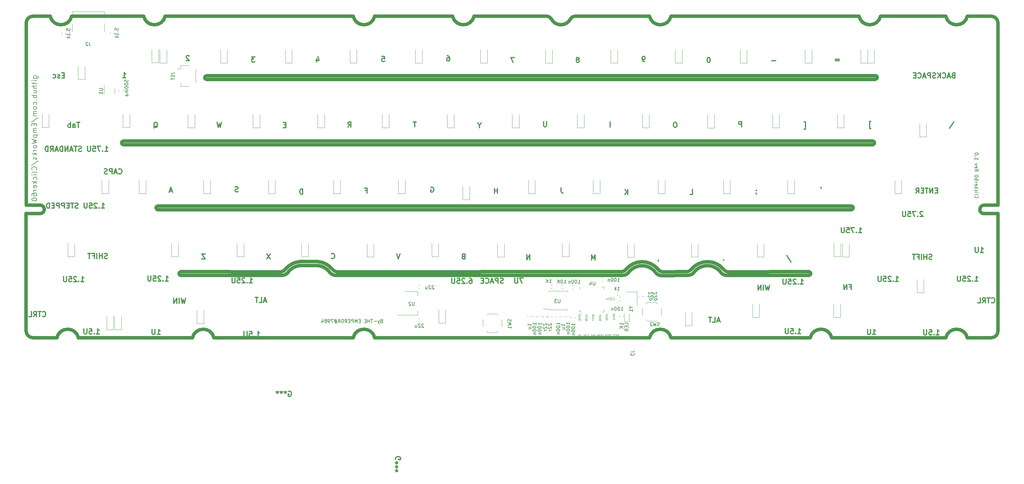
<source format=gbr>
%TF.GenerationSoftware,KiCad,Pcbnew,(6.0.6)*%
%TF.CreationDate,2023-05-08T18:28:51+05:30*%
%TF.ProjectId,new_stuff,6e65775f-7374-4756-9666-2e6b69636164,rev?*%
%TF.SameCoordinates,Original*%
%TF.FileFunction,Legend,Bot*%
%TF.FilePolarity,Positive*%
%FSLAX46Y46*%
G04 Gerber Fmt 4.6, Leading zero omitted, Abs format (unit mm)*
G04 Created by KiCad (PCBNEW (6.0.6)) date 2023-05-08 18:28:51*
%MOMM*%
%LPD*%
G01*
G04 APERTURE LIST*
%ADD10C,1.000000*%
%ADD11C,0.150000*%
%ADD12C,0.300000*%
%ADD13C,0.125000*%
%ADD14C,0.200000*%
%ADD15C,0.100000*%
%ADD16C,0.120000*%
G04 APERTURE END LIST*
D10*
X235993276Y-94224212D02*
X269405785Y-94224212D01*
X247996638Y-37662872D02*
X28520318Y-37662872D01*
X250280276Y-24269D02*
X269405574Y-24268D01*
X284705786Y-2024214D02*
X284705785Y-55374207D01*
X55017276Y-94224215D02*
X95805784Y-94224215D01*
X204177432Y-74057473D02*
G75*
G03*
X194955173Y-74071777I-4605032J-3938427D01*
G01*
X241738078Y-56712886D02*
G75*
G03*
X241733000Y-55610514I-2578J551186D01*
G01*
X248777370Y-18528023D02*
G75*
G03*
X248772292Y-17425577I-2570J551223D01*
G01*
X13332784Y-24215D02*
X34430278Y-24218D01*
X74749282Y-74897632D02*
G75*
G03*
X76069944Y-74016874I-389882J2015132D01*
G01*
X205185762Y-75995554D02*
X229295443Y-75990453D01*
X90575810Y-75953179D02*
X174664129Y-75976170D01*
X241738078Y-56712872D02*
X38588878Y-56712871D01*
X182605785Y-24215D02*
X160760277Y-24215D01*
X174595395Y-74892047D02*
G75*
G03*
X175816273Y-74094637I-450295J2022747D01*
G01*
X28515240Y-36560528D02*
G75*
G03*
X28520318Y-37662872I2560J-551172D01*
G01*
X280525778Y-57863207D02*
X284705788Y-57874199D01*
X248651958Y-18539212D02*
X52838289Y-18536573D01*
X243980320Y-24205D02*
G75*
G03*
X250280277Y-24217I3149980J735905D01*
G01*
X80174499Y-71917808D02*
G75*
G03*
X76069944Y-74016874I500401J-6041092D01*
G01*
X203280803Y-74776312D02*
G75*
G03*
X205185762Y-75995554I2098997J1181712D01*
G01*
X15305787Y-94224214D02*
X48717278Y-94224212D01*
X153854743Y-830648D02*
G75*
G03*
X159440848Y-830666I2793057J1457048D01*
G01*
X7032786Y-24216D02*
G75*
G03*
X13332786Y-24216I3150000J735926D01*
G01*
X280652778Y-55374207D02*
X284705785Y-55374207D01*
X38583800Y-55610513D02*
X241733000Y-55610514D01*
X52848287Y-17434131D02*
G75*
G03*
X52838289Y-18536573I11313J-551369D01*
G01*
X55017283Y-94224214D02*
G75*
G03*
X48717277Y-94224213I-3150003J-735926D01*
G01*
X2005784Y-94224215D02*
X9005785Y-94224215D01*
X193734291Y-74869172D02*
G75*
G03*
X194955173Y-74071777I-450291J2022772D01*
G01*
X5316785Y-56593207D02*
G75*
G03*
X4097776Y-55374205I-1219005J-3D01*
G01*
X275705785Y-94224215D02*
X282705786Y-94224215D01*
X188905784Y-94224212D02*
X229693279Y-94224212D01*
X45341023Y-75990452D02*
X75061566Y-75954914D01*
X80159415Y-73072659D02*
G75*
G03*
X76966564Y-74735694I514485J-4884241D01*
G01*
X247996638Y-37662886D02*
G75*
G03*
X247991560Y-36560514I-2538J551186D01*
G01*
X40730276Y-24215D02*
X95805784Y-24215D01*
X102105784Y-94224215D02*
X182605786Y-94224212D01*
X102105788Y-94224214D02*
G75*
G03*
X95805784Y-94224214I-3150002J-735927D01*
G01*
X95805786Y-24216D02*
G75*
G03*
X102105786Y-24216I3150000J735926D01*
G01*
X279382773Y-56644207D02*
G75*
G03*
X280525778Y-57863207I1142827J-73793D01*
G01*
X88691174Y-74735711D02*
G75*
G03*
X90575810Y-75953179I2099326J1182311D01*
G01*
X182605813Y-24208D02*
G75*
G03*
X188905785Y-24217I3149987J735908D01*
G01*
X131217276Y-24218D02*
X152524671Y-24215D01*
X15305787Y-94224214D02*
G75*
G03*
X9005787Y-94224214I-3150000J-735926D01*
G01*
X284705788Y-57874199D02*
X284705788Y-92224216D01*
X102105784Y-24215D02*
X124917278Y-24213D01*
X5785Y-2024217D02*
X5785Y-55374207D01*
X193819262Y-75953166D02*
G75*
G03*
X195864291Y-74775957I-30662J2418166D01*
G01*
X5785Y-55374207D02*
X4097776Y-55374207D01*
X235993320Y-94224205D02*
G75*
G03*
X229693278Y-94224213I-3150020J-735895D01*
G01*
X52848289Y-17434215D02*
X248646880Y-17436854D01*
X2005787Y-24217D02*
G75*
G03*
X5787Y-2024217I-1J-1999999D01*
G01*
X89587808Y-74016888D02*
G75*
G03*
X85483271Y-71917784I-4605008J-3942012D01*
G01*
X269405601Y-24262D02*
G75*
G03*
X275706010Y-24217I3150199J733062D01*
G01*
X284705786Y-2024214D02*
G75*
G03*
X282705786Y-24214I-1999986J14D01*
G01*
X280652778Y-55374178D02*
G75*
G03*
X279382778Y-56644207I22J-1270022D01*
G01*
X80174497Y-71917784D02*
X85483271Y-71917784D01*
X229290365Y-74888095D02*
X205494354Y-74937558D01*
X184141906Y-74799158D02*
G75*
G03*
X176725391Y-74798817I-3708406J-3223342D01*
G01*
X4046778Y-57863208D02*
G75*
G03*
X5316778Y-56593207I2J1269998D01*
G01*
X153854733Y-830653D02*
G75*
G03*
X152524671Y-24215I-1329533J-692747D01*
G01*
X38583800Y-55610529D02*
G75*
G03*
X38588878Y-56712871I2500J-551171D01*
G01*
X2005787Y-24217D02*
X7032786Y-24216D01*
X-17222Y-92201209D02*
G75*
G03*
X2005784Y-94224216I2023007J0D01*
G01*
X-17222Y-57863207D02*
X-17222Y-92201209D01*
X203280805Y-74776298D02*
G75*
G03*
X195864291Y-74775957I-3708405J-3223402D01*
G01*
X186355454Y-74960418D02*
X193734289Y-74869161D01*
X174664129Y-75976174D02*
G75*
G03*
X176725391Y-74798817I-16229J2421474D01*
G01*
X275706009Y-24215D02*
X282705786Y-24215D01*
X188905814Y-94224208D02*
G75*
G03*
X182605785Y-94224213I-3150014J-735892D01*
G01*
X75061563Y-75954872D02*
G75*
G03*
X76966564Y-74735694I-193963J2400972D01*
G01*
X188905786Y-24218D02*
X243980278Y-24254D01*
X88691223Y-74735677D02*
G75*
G03*
X85511178Y-73074033I-3710023J-3226423D01*
G01*
X184141877Y-74799187D02*
G75*
G03*
X186046862Y-76018414I2099023J1181787D01*
G01*
X185038519Y-74080344D02*
G75*
G03*
X175816273Y-74094637I-4605019J-3945456D01*
G01*
X160770883Y-24204D02*
G75*
G03*
X159440848Y-830666I-483J-1499196D01*
G01*
X193819262Y-75953153D02*
X186046862Y-76018414D01*
X91002594Y-74913560D02*
X174595389Y-74892021D01*
X34430283Y-24214D02*
G75*
G03*
X40730277Y-24217I3149997J735924D01*
G01*
X282705786Y-94224186D02*
G75*
G03*
X284705786Y-92224216I14J1999986D01*
G01*
X89587814Y-74016880D02*
G75*
G03*
X91002594Y-74913560I1709686J1133080D01*
G01*
X45335945Y-74888148D02*
G75*
G03*
X45341023Y-75990452I2555J-551152D01*
G01*
X-17222Y-57863207D02*
X4046778Y-57863207D01*
X185038484Y-74080374D02*
G75*
G03*
X186355454Y-74960418I1710416J1134174D01*
G01*
X204177406Y-74057500D02*
G75*
G03*
X205494354Y-74937558I1710394J1134100D01*
G01*
X45335945Y-74888094D02*
X74749283Y-74897635D01*
X229295443Y-75990505D02*
G75*
G03*
X229290365Y-74888095I-2543J551205D01*
G01*
X124917320Y-24205D02*
G75*
G03*
X131217277Y-24217I3149980J735905D01*
G01*
X80159415Y-73072663D02*
X85511178Y-73074033D01*
X28515240Y-36560514D02*
X247991560Y-36560514D01*
X275705813Y-94224209D02*
G75*
G03*
X269405786Y-94224213I-3150013J-735891D01*
G01*
D11*
X104071071Y-89293571D02*
X103928214Y-89341190D01*
X103880595Y-89388809D01*
X103832976Y-89484047D01*
X103832976Y-89626904D01*
X103880595Y-89722142D01*
X103928214Y-89769761D01*
X104023452Y-89817380D01*
X104404404Y-89817380D01*
X104404404Y-88817380D01*
X104071071Y-88817380D01*
X103975833Y-88865000D01*
X103928214Y-88912619D01*
X103880595Y-89007857D01*
X103880595Y-89103095D01*
X103928214Y-89198333D01*
X103975833Y-89245952D01*
X104071071Y-89293571D01*
X104404404Y-89293571D01*
X103499642Y-89150714D02*
X103261547Y-89817380D01*
X103023452Y-89150714D02*
X103261547Y-89817380D01*
X103356785Y-90055476D01*
X103404404Y-90103095D01*
X103499642Y-90150714D01*
X102642500Y-89436428D02*
X101880595Y-89436428D01*
X101547261Y-88817380D02*
X100975833Y-88817380D01*
X101261547Y-89817380D02*
X101261547Y-88817380D01*
X100642500Y-89817380D02*
X100642500Y-88817380D01*
X100642500Y-89293571D02*
X100071071Y-89293571D01*
X100071071Y-89817380D02*
X100071071Y-88817380D01*
X99594880Y-89293571D02*
X99261547Y-89293571D01*
X99118690Y-89817380D02*
X99594880Y-89817380D01*
X99594880Y-88817380D01*
X99118690Y-88817380D01*
X97928214Y-89293571D02*
X97594880Y-89293571D01*
X97452023Y-89817380D02*
X97928214Y-89817380D01*
X97928214Y-88817380D01*
X97452023Y-88817380D01*
X97023452Y-89817380D02*
X97023452Y-88817380D01*
X96690119Y-89531666D01*
X96356785Y-88817380D01*
X96356785Y-89817380D01*
X95880595Y-89817380D02*
X95880595Y-88817380D01*
X95499642Y-88817380D01*
X95404404Y-88865000D01*
X95356785Y-88912619D01*
X95309166Y-89007857D01*
X95309166Y-89150714D01*
X95356785Y-89245952D01*
X95404404Y-89293571D01*
X95499642Y-89341190D01*
X95880595Y-89341190D01*
X94880595Y-89293571D02*
X94547261Y-89293571D01*
X94404404Y-89817380D02*
X94880595Y-89817380D01*
X94880595Y-88817380D01*
X94404404Y-88817380D01*
X93404404Y-89817380D02*
X93737738Y-89341190D01*
X93975833Y-89817380D02*
X93975833Y-88817380D01*
X93594880Y-88817380D01*
X93499642Y-88865000D01*
X93452023Y-88912619D01*
X93404404Y-89007857D01*
X93404404Y-89150714D01*
X93452023Y-89245952D01*
X93499642Y-89293571D01*
X93594880Y-89341190D01*
X93975833Y-89341190D01*
X92785357Y-88817380D02*
X92594880Y-88817380D01*
X92499642Y-88865000D01*
X92404404Y-88960238D01*
X92356785Y-89150714D01*
X92356785Y-89484047D01*
X92404404Y-89674523D01*
X92499642Y-89769761D01*
X92594880Y-89817380D01*
X92785357Y-89817380D01*
X92880595Y-89769761D01*
X92975833Y-89674523D01*
X93023452Y-89484047D01*
X93023452Y-89150714D01*
X92975833Y-88960238D01*
X92880595Y-88865000D01*
X92785357Y-88817380D01*
X91356785Y-89817380D02*
X91690119Y-89341190D01*
X91928214Y-89817380D02*
X91928214Y-88817380D01*
X91547261Y-88817380D01*
X91452023Y-88865000D01*
X91404404Y-88912619D01*
X91356785Y-89007857D01*
X91356785Y-89150714D01*
X91404404Y-89245952D01*
X91452023Y-89293571D01*
X91547261Y-89341190D01*
X91928214Y-89341190D01*
X90975833Y-89150714D02*
X90261547Y-89150714D01*
X90690119Y-88722142D02*
X90975833Y-90007857D01*
X90356785Y-89579285D02*
X91071071Y-89579285D01*
X90642500Y-90007857D02*
X90356785Y-88722142D01*
X90023452Y-88817380D02*
X89356785Y-88817380D01*
X89785357Y-89817380D01*
X88928214Y-89817380D02*
X88737738Y-89817380D01*
X88642500Y-89769761D01*
X88594880Y-89722142D01*
X88499642Y-89579285D01*
X88452023Y-89388809D01*
X88452023Y-89007857D01*
X88499642Y-88912619D01*
X88547261Y-88865000D01*
X88642500Y-88817380D01*
X88832976Y-88817380D01*
X88928214Y-88865000D01*
X88975833Y-88912619D01*
X89023452Y-89007857D01*
X89023452Y-89245952D01*
X88975833Y-89341190D01*
X88928214Y-89388809D01*
X88832976Y-89436428D01*
X88642500Y-89436428D01*
X88547261Y-89388809D01*
X88499642Y-89341190D01*
X88452023Y-89245952D01*
X87880595Y-89245952D02*
X87975833Y-89198333D01*
X88023452Y-89150714D01*
X88071071Y-89055476D01*
X88071071Y-89007857D01*
X88023452Y-88912619D01*
X87975833Y-88865000D01*
X87880595Y-88817380D01*
X87690119Y-88817380D01*
X87594880Y-88865000D01*
X87547261Y-88912619D01*
X87499642Y-89007857D01*
X87499642Y-89055476D01*
X87547261Y-89150714D01*
X87594880Y-89198333D01*
X87690119Y-89245952D01*
X87880595Y-89245952D01*
X87975833Y-89293571D01*
X88023452Y-89341190D01*
X88071071Y-89436428D01*
X88071071Y-89626904D01*
X88023452Y-89722142D01*
X87975833Y-89769761D01*
X87880595Y-89817380D01*
X87690119Y-89817380D01*
X87594880Y-89769761D01*
X87547261Y-89722142D01*
X87499642Y-89626904D01*
X87499642Y-89436428D01*
X87547261Y-89341190D01*
X87594880Y-89293571D01*
X87690119Y-89245952D01*
X86642500Y-89150714D02*
X86642500Y-89817380D01*
X86880595Y-88769761D02*
X87118690Y-89484047D01*
X86499642Y-89484047D01*
D12*
X185108571Y-71497142D02*
X185108571Y-71568571D01*
X185180000Y-71711428D01*
X185251428Y-71782857D01*
X109550000Y-69648571D02*
X109050000Y-71148571D01*
X108550000Y-69648571D01*
X247435714Y-32968571D02*
X247078571Y-32968571D01*
X247078571Y-30825714D01*
X247435714Y-30825714D01*
X38377142Y-93268571D02*
X39234285Y-93268571D01*
X38805714Y-93268571D02*
X38805714Y-91768571D01*
X38948571Y-91982857D01*
X39091428Y-92125714D01*
X39234285Y-92197142D01*
X37734285Y-91768571D02*
X37734285Y-92982857D01*
X37662857Y-93125714D01*
X37591428Y-93197142D01*
X37448571Y-93268571D01*
X37162857Y-93268571D01*
X37020000Y-93197142D01*
X36948571Y-93125714D01*
X36877142Y-92982857D01*
X36877142Y-91768571D01*
D13*
X169850000Y-87554761D02*
X169826190Y-87507142D01*
X169826190Y-87435714D01*
X169850000Y-87364285D01*
X169897619Y-87316666D01*
X169945238Y-87292857D01*
X170040476Y-87269047D01*
X170111904Y-87269047D01*
X170207142Y-87292857D01*
X170254761Y-87316666D01*
X170302380Y-87364285D01*
X170326190Y-87435714D01*
X170326190Y-87483333D01*
X170302380Y-87554761D01*
X170278571Y-87578571D01*
X170111904Y-87578571D01*
X170111904Y-87483333D01*
X170326190Y-87792857D02*
X169826190Y-87792857D01*
X169826190Y-87983333D01*
X169850000Y-88030952D01*
X169873809Y-88054761D01*
X169921428Y-88078571D01*
X169992857Y-88078571D01*
X170040476Y-88054761D01*
X170064285Y-88030952D01*
X170088095Y-87983333D01*
X170088095Y-87792857D01*
X169873809Y-88269047D02*
X169850000Y-88292857D01*
X169826190Y-88340476D01*
X169826190Y-88459523D01*
X169850000Y-88507142D01*
X169873809Y-88530952D01*
X169921428Y-88554761D01*
X169969047Y-88554761D01*
X170040476Y-88530952D01*
X170326190Y-88245238D01*
X170326190Y-88554761D01*
X169826190Y-88721428D02*
X169826190Y-89030952D01*
X170016666Y-88864285D01*
X170016666Y-88935714D01*
X170040476Y-88983333D01*
X170064285Y-89007142D01*
X170111904Y-89030952D01*
X170230952Y-89030952D01*
X170278571Y-89007142D01*
X170302380Y-88983333D01*
X170326190Y-88935714D01*
X170326190Y-88792857D01*
X170302380Y-88745238D01*
X170278571Y-88721428D01*
D12*
X71480000Y-69648571D02*
X70480000Y-71148571D01*
X70480000Y-69648571D02*
X71480000Y-71148571D01*
X20568571Y-93128571D02*
X21425714Y-93128571D01*
X20997142Y-93128571D02*
X20997142Y-91628571D01*
X21140000Y-91842857D01*
X21282857Y-91985714D01*
X21425714Y-92057142D01*
X19925714Y-92985714D02*
X19854285Y-93057142D01*
X19925714Y-93128571D01*
X19997142Y-93057142D01*
X19925714Y-92985714D01*
X19925714Y-93128571D01*
X18497142Y-91628571D02*
X19211428Y-91628571D01*
X19282857Y-92342857D01*
X19211428Y-92271428D01*
X19068571Y-92200000D01*
X18711428Y-92200000D01*
X18568571Y-92271428D01*
X18497142Y-92342857D01*
X18425714Y-92485714D01*
X18425714Y-92842857D01*
X18497142Y-92985714D01*
X18568571Y-93057142D01*
X18711428Y-93128571D01*
X19068571Y-93128571D01*
X19211428Y-93057142D01*
X19282857Y-92985714D01*
X17782857Y-91628571D02*
X17782857Y-92842857D01*
X17711428Y-92985714D01*
X17640000Y-93057142D01*
X17497142Y-93128571D01*
X17211428Y-93128571D01*
X17068571Y-93057142D01*
X16997142Y-92985714D01*
X16925714Y-92842857D01*
X16925714Y-91628571D01*
X279537142Y-69238571D02*
X280394285Y-69238571D01*
X279965714Y-69238571D02*
X279965714Y-67738571D01*
X280108571Y-67952857D01*
X280251428Y-68095714D01*
X280394285Y-68167142D01*
X278894285Y-67738571D02*
X278894285Y-68952857D01*
X278822857Y-69095714D01*
X278751428Y-69167142D01*
X278608571Y-69238571D01*
X278322857Y-69238571D01*
X278180000Y-69167142D01*
X278108571Y-69095714D01*
X278037142Y-68952857D01*
X278037142Y-67738571D01*
X166640000Y-71438571D02*
X166640000Y-69938571D01*
X166140000Y-71010000D01*
X165640000Y-69938571D01*
X165640000Y-71438571D01*
D13*
X166532857Y-93350000D02*
X166580476Y-93326190D01*
X166651904Y-93326190D01*
X166723333Y-93350000D01*
X166770952Y-93397619D01*
X166794761Y-93445238D01*
X166818571Y-93540476D01*
X166818571Y-93611904D01*
X166794761Y-93707142D01*
X166770952Y-93754761D01*
X166723333Y-93802380D01*
X166651904Y-93826190D01*
X166604285Y-93826190D01*
X166532857Y-93802380D01*
X166509047Y-93778571D01*
X166509047Y-93611904D01*
X166604285Y-93611904D01*
X166294761Y-93826190D02*
X166294761Y-93326190D01*
X166009047Y-93826190D01*
X166009047Y-93326190D01*
X165770952Y-93826190D02*
X165770952Y-93326190D01*
X165651904Y-93326190D01*
X165580476Y-93350000D01*
X165532857Y-93397619D01*
X165509047Y-93445238D01*
X165485238Y-93540476D01*
X165485238Y-93611904D01*
X165509047Y-93707142D01*
X165532857Y-93754761D01*
X165580476Y-93802380D01*
X165651904Y-93826190D01*
X165770952Y-93826190D01*
X171025238Y-93260000D02*
X171072857Y-93236190D01*
X171144285Y-93236190D01*
X171215714Y-93260000D01*
X171263333Y-93307619D01*
X171287142Y-93355238D01*
X171310952Y-93450476D01*
X171310952Y-93521904D01*
X171287142Y-93617142D01*
X171263333Y-93664761D01*
X171215714Y-93712380D01*
X171144285Y-93736190D01*
X171096666Y-93736190D01*
X171025238Y-93712380D01*
X171001428Y-93688571D01*
X171001428Y-93521904D01*
X171096666Y-93521904D01*
X170787142Y-93736190D02*
X170787142Y-93236190D01*
X170596666Y-93236190D01*
X170549047Y-93260000D01*
X170525238Y-93283809D01*
X170501428Y-93331428D01*
X170501428Y-93402857D01*
X170525238Y-93450476D01*
X170549047Y-93474285D01*
X170596666Y-93498095D01*
X170787142Y-93498095D01*
X170310952Y-93283809D02*
X170287142Y-93260000D01*
X170239523Y-93236190D01*
X170120476Y-93236190D01*
X170072857Y-93260000D01*
X170049047Y-93283809D01*
X170025238Y-93331428D01*
X170025238Y-93379047D01*
X170049047Y-93450476D01*
X170334761Y-93736190D01*
X170025238Y-93736190D01*
X169596666Y-93402857D02*
X169596666Y-93736190D01*
X169715714Y-93212380D02*
X169834761Y-93569523D01*
X169525238Y-93569523D01*
D12*
X67478571Y-93908571D02*
X68335714Y-93908571D01*
X67907142Y-93908571D02*
X67907142Y-92408571D01*
X68050000Y-92622857D01*
X68192857Y-92765714D01*
X68335714Y-92837142D01*
X66835714Y-93765714D02*
X66764285Y-93837142D01*
X66835714Y-93908571D01*
X66907142Y-93837142D01*
X66835714Y-93765714D01*
X66835714Y-93908571D01*
X65407142Y-92408571D02*
X66121428Y-92408571D01*
X66192857Y-93122857D01*
X66121428Y-93051428D01*
X65978571Y-92980000D01*
X65621428Y-92980000D01*
X65478571Y-93051428D01*
X65407142Y-93122857D01*
X65335714Y-93265714D01*
X65335714Y-93622857D01*
X65407142Y-93765714D01*
X65478571Y-93837142D01*
X65621428Y-93908571D01*
X65978571Y-93908571D01*
X66121428Y-93837142D01*
X66192857Y-93765714D01*
X64692857Y-92408571D02*
X64692857Y-93622857D01*
X64621428Y-93765714D01*
X64550000Y-93837142D01*
X64407142Y-93908571D01*
X64121428Y-93908571D01*
X63978571Y-93837142D01*
X63907142Y-93765714D01*
X63835714Y-93622857D01*
X63835714Y-92408571D01*
X176252857Y-52268571D02*
X176252857Y-50768571D01*
X175395714Y-52268571D02*
X176038571Y-51411428D01*
X175395714Y-50768571D02*
X176252857Y-51625714D01*
X226812857Y-78528571D02*
X227670000Y-78528571D01*
X227241428Y-78528571D02*
X227241428Y-77028571D01*
X227384285Y-77242857D01*
X227527142Y-77385714D01*
X227670000Y-77457142D01*
X226170000Y-78385714D02*
X226098571Y-78457142D01*
X226170000Y-78528571D01*
X226241428Y-78457142D01*
X226170000Y-78385714D01*
X226170000Y-78528571D01*
X225527142Y-77171428D02*
X225455714Y-77100000D01*
X225312857Y-77028571D01*
X224955714Y-77028571D01*
X224812857Y-77100000D01*
X224741428Y-77171428D01*
X224670000Y-77314285D01*
X224670000Y-77457142D01*
X224741428Y-77671428D01*
X225598571Y-78528571D01*
X224670000Y-78528571D01*
X223312857Y-77028571D02*
X224027142Y-77028571D01*
X224098571Y-77742857D01*
X224027142Y-77671428D01*
X223884285Y-77600000D01*
X223527142Y-77600000D01*
X223384285Y-77671428D01*
X223312857Y-77742857D01*
X223241428Y-77885714D01*
X223241428Y-78242857D01*
X223312857Y-78385714D01*
X223384285Y-78457142D01*
X223527142Y-78528571D01*
X223884285Y-78528571D01*
X224027142Y-78457142D01*
X224098571Y-78385714D01*
X222598571Y-77028571D02*
X222598571Y-78242857D01*
X222527142Y-78385714D01*
X222455714Y-78457142D01*
X222312857Y-78528571D01*
X222027142Y-78528571D01*
X221884285Y-78457142D01*
X221812857Y-78385714D01*
X221741428Y-78242857D01*
X221741428Y-77028571D01*
X99345714Y-51062857D02*
X99845714Y-51062857D01*
X99845714Y-51848571D02*
X99845714Y-50348571D01*
X99131428Y-50348571D01*
X266598571Y-93388571D02*
X267455714Y-93388571D01*
X267027142Y-93388571D02*
X267027142Y-91888571D01*
X267170000Y-92102857D01*
X267312857Y-92245714D01*
X267455714Y-92317142D01*
X265955714Y-93245714D02*
X265884285Y-93317142D01*
X265955714Y-93388571D01*
X266027142Y-93317142D01*
X265955714Y-93245714D01*
X265955714Y-93388571D01*
X264527142Y-91888571D02*
X265241428Y-91888571D01*
X265312857Y-92602857D01*
X265241428Y-92531428D01*
X265098571Y-92460000D01*
X264741428Y-92460000D01*
X264598571Y-92531428D01*
X264527142Y-92602857D01*
X264455714Y-92745714D01*
X264455714Y-93102857D01*
X264527142Y-93245714D01*
X264598571Y-93317142D01*
X264741428Y-93388571D01*
X265098571Y-93388571D01*
X265241428Y-93317142D01*
X265312857Y-93245714D01*
X263812857Y-91888571D02*
X263812857Y-93102857D01*
X263741428Y-93245714D01*
X263670000Y-93317142D01*
X263527142Y-93388571D01*
X263241428Y-93388571D01*
X263098571Y-93317142D01*
X263027142Y-93245714D01*
X262955714Y-93102857D01*
X262955714Y-91888571D01*
X217815714Y-78808571D02*
X217458571Y-80308571D01*
X217172857Y-79237142D01*
X216887142Y-80308571D01*
X216530000Y-78808571D01*
X215958571Y-80308571D02*
X215958571Y-78808571D01*
X215244285Y-80308571D02*
X215244285Y-78808571D01*
X214387142Y-80308571D01*
X214387142Y-78808571D01*
X85104285Y-12438571D02*
X85104285Y-13438571D01*
X85461428Y-11867142D02*
X85818571Y-12938571D01*
X84890000Y-12938571D01*
X194475714Y-52228571D02*
X195190000Y-52228571D01*
X195190000Y-50728571D01*
X70325714Y-83500000D02*
X69611428Y-83500000D01*
X70468571Y-83928571D02*
X69968571Y-82428571D01*
X69468571Y-83928571D01*
X68254285Y-83928571D02*
X68968571Y-83928571D01*
X68968571Y-82428571D01*
X67968571Y-82428571D02*
X67111428Y-82428571D01*
X67540000Y-83928571D02*
X67540000Y-82428571D01*
X171040000Y-32538571D02*
X171040000Y-31038571D01*
X15695714Y-31118571D02*
X14838571Y-31118571D01*
X15267142Y-32618571D02*
X15267142Y-31118571D01*
X13695714Y-32618571D02*
X13695714Y-31832857D01*
X13767142Y-31690000D01*
X13910000Y-31618571D01*
X14195714Y-31618571D01*
X14338571Y-31690000D01*
X13695714Y-32547142D02*
X13838571Y-32618571D01*
X14195714Y-32618571D01*
X14338571Y-32547142D01*
X14410000Y-32404285D01*
X14410000Y-32261428D01*
X14338571Y-32118571D01*
X14195714Y-32047142D01*
X13838571Y-32047142D01*
X13695714Y-31975714D01*
X12981428Y-32618571D02*
X12981428Y-31118571D01*
X12981428Y-31690000D02*
X12838571Y-31618571D01*
X12552857Y-31618571D01*
X12409999Y-31690000D01*
X12338571Y-31761428D01*
X12267142Y-31904285D01*
X12267142Y-32332857D01*
X12338571Y-32475714D01*
X12409999Y-32547142D01*
X12552857Y-32618571D01*
X12838571Y-32618571D01*
X12981428Y-32547142D01*
X213818571Y-51837142D02*
X213818571Y-51908571D01*
X213890000Y-52051428D01*
X213961428Y-52122857D01*
X213890000Y-50980000D02*
X213818571Y-51051428D01*
X213890000Y-51122857D01*
X213961428Y-51051428D01*
X213890000Y-50980000D01*
X213890000Y-51122857D01*
X123334285Y-11648571D02*
X123620000Y-11648571D01*
X123762857Y-11720000D01*
X123834285Y-11791428D01*
X123977142Y-12005714D01*
X124048571Y-12291428D01*
X124048571Y-12862857D01*
X123977142Y-13005714D01*
X123905714Y-13077142D01*
X123762857Y-13148571D01*
X123477142Y-13148571D01*
X123334285Y-13077142D01*
X123262857Y-13005714D01*
X123191428Y-12862857D01*
X123191428Y-12505714D01*
X123262857Y-12362857D01*
X123334285Y-12291428D01*
X123477142Y-12220000D01*
X123762857Y-12220000D01*
X123905714Y-12291428D01*
X123977142Y-12362857D01*
X124048571Y-12505714D01*
X181185714Y-13288571D02*
X180900000Y-13288571D01*
X180757142Y-13217142D01*
X180685714Y-13145714D01*
X180542857Y-12931428D01*
X180471428Y-12645714D01*
X180471428Y-12074285D01*
X180542857Y-11931428D01*
X180614285Y-11860000D01*
X180757142Y-11788571D01*
X181042857Y-11788571D01*
X181185714Y-11860000D01*
X181257142Y-11931428D01*
X181328571Y-12074285D01*
X181328571Y-12431428D01*
X181257142Y-12574285D01*
X181185714Y-12645714D01*
X181042857Y-12717142D01*
X180757142Y-12717142D01*
X180614285Y-12645714D01*
X180542857Y-12574285D01*
X180471428Y-12431428D01*
D13*
X167890000Y-87744761D02*
X167866190Y-87697142D01*
X167866190Y-87625714D01*
X167890000Y-87554285D01*
X167937619Y-87506666D01*
X167985238Y-87482857D01*
X168080476Y-87459047D01*
X168151904Y-87459047D01*
X168247142Y-87482857D01*
X168294761Y-87506666D01*
X168342380Y-87554285D01*
X168366190Y-87625714D01*
X168366190Y-87673333D01*
X168342380Y-87744761D01*
X168318571Y-87768571D01*
X168151904Y-87768571D01*
X168151904Y-87673333D01*
X168366190Y-87982857D02*
X167866190Y-87982857D01*
X167866190Y-88173333D01*
X167890000Y-88220952D01*
X167913809Y-88244761D01*
X167961428Y-88268571D01*
X168032857Y-88268571D01*
X168080476Y-88244761D01*
X168104285Y-88220952D01*
X168128095Y-88173333D01*
X168128095Y-87982857D01*
X167913809Y-88459047D02*
X167890000Y-88482857D01*
X167866190Y-88530476D01*
X167866190Y-88649523D01*
X167890000Y-88697142D01*
X167913809Y-88720952D01*
X167961428Y-88744761D01*
X168009047Y-88744761D01*
X168080476Y-88720952D01*
X168366190Y-88435238D01*
X168366190Y-88744761D01*
X167866190Y-89197142D02*
X167866190Y-88959047D01*
X168104285Y-88935238D01*
X168080476Y-88959047D01*
X168056666Y-89006666D01*
X168056666Y-89125714D01*
X168080476Y-89173333D01*
X168104285Y-89197142D01*
X168151904Y-89220952D01*
X168270952Y-89220952D01*
X168318571Y-89197142D01*
X168342380Y-89173333D01*
X168366190Y-89125714D01*
X168366190Y-89006666D01*
X168342380Y-88959047D01*
X168318571Y-88935238D01*
D14*
X2126071Y-18200000D02*
X3340357Y-18200000D01*
X3483214Y-18128571D01*
X3554642Y-18057142D01*
X3626071Y-17914285D01*
X3626071Y-17700000D01*
X3554642Y-17557142D01*
X3054642Y-18200000D02*
X3126071Y-18057142D01*
X3126071Y-17771428D01*
X3054642Y-17628571D01*
X2983214Y-17557142D01*
X2840357Y-17485714D01*
X2411785Y-17485714D01*
X2268928Y-17557142D01*
X2197500Y-17628571D01*
X2126071Y-17771428D01*
X2126071Y-18057142D01*
X2197500Y-18200000D01*
X3126071Y-18914285D02*
X2126071Y-18914285D01*
X1626071Y-18914285D02*
X1697500Y-18842857D01*
X1768928Y-18914285D01*
X1697500Y-18985714D01*
X1626071Y-18914285D01*
X1768928Y-18914285D01*
X2126071Y-19414285D02*
X2126071Y-19985714D01*
X1626071Y-19628571D02*
X2911785Y-19628571D01*
X3054642Y-19700000D01*
X3126071Y-19842857D01*
X3126071Y-19985714D01*
X3126071Y-20485714D02*
X1626071Y-20485714D01*
X3126071Y-21128571D02*
X2340357Y-21128571D01*
X2197500Y-21057142D01*
X2126071Y-20914285D01*
X2126071Y-20700000D01*
X2197500Y-20557142D01*
X2268928Y-20485714D01*
X2126071Y-22485714D02*
X3126071Y-22485714D01*
X2126071Y-21842857D02*
X2911785Y-21842857D01*
X3054642Y-21914285D01*
X3126071Y-22057142D01*
X3126071Y-22271428D01*
X3054642Y-22414285D01*
X2983214Y-22485714D01*
X3126071Y-23200000D02*
X1626071Y-23200000D01*
X2197499Y-23200000D02*
X2126071Y-23342857D01*
X2126071Y-23628571D01*
X2197499Y-23771428D01*
X2268928Y-23842857D01*
X2411785Y-23914285D01*
X2840357Y-23914285D01*
X2983214Y-23842857D01*
X3054642Y-23771428D01*
X3126071Y-23628571D01*
X3126071Y-23342857D01*
X3054642Y-23200000D01*
X2983214Y-24557142D02*
X3054642Y-24628571D01*
X3126071Y-24557142D01*
X3054642Y-24485714D01*
X2983214Y-24557142D01*
X3126071Y-24557142D01*
X3054642Y-25914285D02*
X3126071Y-25771428D01*
X3126071Y-25485714D01*
X3054642Y-25342857D01*
X2983214Y-25271428D01*
X2840357Y-25200000D01*
X2411785Y-25200000D01*
X2268928Y-25271428D01*
X2197499Y-25342857D01*
X2126071Y-25485714D01*
X2126071Y-25771428D01*
X2197499Y-25914285D01*
X3126071Y-26771428D02*
X3054642Y-26628571D01*
X2983214Y-26557142D01*
X2840357Y-26485714D01*
X2411785Y-26485714D01*
X2268928Y-26557142D01*
X2197499Y-26628571D01*
X2126071Y-26771428D01*
X2126071Y-26985714D01*
X2197499Y-27128571D01*
X2268928Y-27200000D01*
X2411785Y-27271428D01*
X2840357Y-27271428D01*
X2983214Y-27200000D01*
X3054642Y-27128571D01*
X3126071Y-26985714D01*
X3126071Y-26771428D01*
X3126071Y-27914285D02*
X2126071Y-27914285D01*
X2268928Y-27914285D02*
X2197499Y-27985714D01*
X2126071Y-28128571D01*
X2126071Y-28342857D01*
X2197499Y-28485714D01*
X2340357Y-28557142D01*
X3126071Y-28557142D01*
X2340357Y-28557142D02*
X2197499Y-28628571D01*
X2126071Y-28771428D01*
X2126071Y-28985714D01*
X2197499Y-29128571D01*
X2340357Y-29200000D01*
X3126071Y-29200000D01*
X1554642Y-30985714D02*
X3483214Y-29700000D01*
X2340357Y-31485714D02*
X2340357Y-31985714D01*
X3126071Y-32200000D02*
X3126071Y-31485714D01*
X1626071Y-31485714D01*
X1626071Y-32200000D01*
X3126071Y-32842857D02*
X2126071Y-32842857D01*
X2268928Y-32842857D02*
X2197499Y-32914285D01*
X2126071Y-33057142D01*
X2126071Y-33271428D01*
X2197499Y-33414285D01*
X2340357Y-33485714D01*
X3126071Y-33485714D01*
X2340357Y-33485714D02*
X2197499Y-33557142D01*
X2126071Y-33700000D01*
X2126071Y-33914285D01*
X2197499Y-34057142D01*
X2340357Y-34128571D01*
X3126071Y-34128571D01*
X2126071Y-34842857D02*
X3626071Y-34842857D01*
X2197499Y-34842857D02*
X2126071Y-34985714D01*
X2126071Y-35271428D01*
X2197499Y-35414285D01*
X2268928Y-35485714D01*
X2411785Y-35557142D01*
X2840357Y-35557142D01*
X2983214Y-35485714D01*
X3054642Y-35414285D01*
X3126071Y-35271428D01*
X3126071Y-34985714D01*
X3054642Y-34842857D01*
X1626071Y-36057142D02*
X3126071Y-36414285D01*
X2054642Y-36700000D01*
X3126071Y-36985714D01*
X1626071Y-37342857D01*
X3126071Y-38128571D02*
X3054642Y-37985714D01*
X2983214Y-37914285D01*
X2840357Y-37842857D01*
X2411785Y-37842857D01*
X2268928Y-37914285D01*
X2197499Y-37985714D01*
X2126071Y-38128571D01*
X2126071Y-38342857D01*
X2197499Y-38485714D01*
X2268928Y-38557142D01*
X2411785Y-38628571D01*
X2840357Y-38628571D01*
X2983214Y-38557142D01*
X3054642Y-38485714D01*
X3126071Y-38342857D01*
X3126071Y-38128571D01*
X3126071Y-39271428D02*
X2126071Y-39271428D01*
X2411785Y-39271428D02*
X2268928Y-39342857D01*
X2197499Y-39414285D01*
X2126071Y-39557142D01*
X2126071Y-39700000D01*
X3126071Y-40200000D02*
X1626071Y-40200000D01*
X2554642Y-40342857D02*
X3126071Y-40771428D01*
X2126071Y-40771428D02*
X2697499Y-40200000D01*
X3054642Y-41342857D02*
X3126071Y-41485714D01*
X3126071Y-41771428D01*
X3054642Y-41914285D01*
X2911785Y-41985714D01*
X2840357Y-41985714D01*
X2697499Y-41914285D01*
X2626071Y-41771428D01*
X2626071Y-41557142D01*
X2554642Y-41414285D01*
X2411785Y-41342857D01*
X2340357Y-41342857D01*
X2197499Y-41414285D01*
X2126071Y-41557142D01*
X2126071Y-41771428D01*
X2197499Y-41914285D01*
X1554642Y-43700000D02*
X3483214Y-42414285D01*
X2983214Y-45057142D02*
X3054642Y-44985714D01*
X3126071Y-44771428D01*
X3126071Y-44628571D01*
X3054642Y-44414285D01*
X2911785Y-44271428D01*
X2768928Y-44200000D01*
X2483214Y-44128571D01*
X2268928Y-44128571D01*
X1983214Y-44200000D01*
X1840357Y-44271428D01*
X1697499Y-44414285D01*
X1626071Y-44628571D01*
X1626071Y-44771428D01*
X1697499Y-44985714D01*
X1768928Y-45057142D01*
X3126071Y-45914285D02*
X3054642Y-45771428D01*
X2911785Y-45700000D01*
X1626071Y-45700000D01*
X3126071Y-46485714D02*
X2126071Y-46485714D01*
X1626071Y-46485714D02*
X1697499Y-46414285D01*
X1768928Y-46485714D01*
X1697499Y-46557142D01*
X1626071Y-46485714D01*
X1768928Y-46485714D01*
X3054642Y-47842857D02*
X3126071Y-47700000D01*
X3126071Y-47414285D01*
X3054642Y-47271428D01*
X2983214Y-47200000D01*
X2840357Y-47128571D01*
X2411785Y-47128571D01*
X2268928Y-47200000D01*
X2197499Y-47271428D01*
X2126071Y-47414285D01*
X2126071Y-47700000D01*
X2197499Y-47842857D01*
X3126071Y-48485714D02*
X1626071Y-48485714D01*
X2554642Y-48628571D02*
X3126071Y-49057142D01*
X2126071Y-49057142D02*
X2697499Y-48485714D01*
X3054642Y-50271428D02*
X3126071Y-50128571D01*
X3126071Y-49842857D01*
X3054642Y-49700000D01*
X2911785Y-49628571D01*
X2340357Y-49628571D01*
X2197499Y-49700000D01*
X2126071Y-49842857D01*
X2126071Y-50128571D01*
X2197499Y-50271428D01*
X2340357Y-50342857D01*
X2483214Y-50342857D01*
X2626071Y-49628571D01*
X3126071Y-50985714D02*
X2126071Y-50985714D01*
X2411785Y-50985714D02*
X2268928Y-51057142D01*
X2197499Y-51128571D01*
X2126071Y-51271428D01*
X2126071Y-51414285D01*
X1626071Y-52557142D02*
X1626071Y-52271428D01*
X1697499Y-52128571D01*
X1768928Y-52057142D01*
X1983214Y-51914285D01*
X2268928Y-51842857D01*
X2840357Y-51842857D01*
X2983214Y-51914285D01*
X3054642Y-51985714D01*
X3126071Y-52128571D01*
X3126071Y-52414285D01*
X3054642Y-52557142D01*
X2983214Y-52628571D01*
X2840357Y-52700000D01*
X2483214Y-52700000D01*
X2340357Y-52628571D01*
X2268928Y-52557142D01*
X2197499Y-52414285D01*
X2197499Y-52128571D01*
X2268928Y-51985714D01*
X2340357Y-51914285D01*
X2483214Y-51842857D01*
X1626071Y-53628571D02*
X1626071Y-53771428D01*
X1697499Y-53914285D01*
X1768928Y-53985714D01*
X1911785Y-54057142D01*
X2197499Y-54128571D01*
X2554642Y-54128571D01*
X2840357Y-54057142D01*
X2983214Y-53985714D01*
X3054642Y-53914285D01*
X3126071Y-53771428D01*
X3126071Y-53628571D01*
X3054642Y-53485714D01*
X2983214Y-53414285D01*
X2840357Y-53342857D01*
X2554642Y-53271428D01*
X2197499Y-53271428D01*
X1911785Y-53342857D01*
X1768928Y-53414285D01*
X1697499Y-53485714D01*
X1626071Y-53628571D01*
D12*
X80982857Y-52168571D02*
X80982857Y-50668571D01*
X80625714Y-50668571D01*
X80411428Y-50740000D01*
X80268571Y-50882857D01*
X80197142Y-51025714D01*
X80125714Y-51311428D01*
X80125714Y-51525714D01*
X80197142Y-51811428D01*
X80268571Y-51954285D01*
X80411428Y-52097142D01*
X80625714Y-52168571D01*
X80982857Y-52168571D01*
D13*
X163880000Y-87724761D02*
X163856190Y-87677142D01*
X163856190Y-87605714D01*
X163880000Y-87534285D01*
X163927619Y-87486666D01*
X163975238Y-87462857D01*
X164070476Y-87439047D01*
X164141904Y-87439047D01*
X164237142Y-87462857D01*
X164284761Y-87486666D01*
X164332380Y-87534285D01*
X164356190Y-87605714D01*
X164356190Y-87653333D01*
X164332380Y-87724761D01*
X164308571Y-87748571D01*
X164141904Y-87748571D01*
X164141904Y-87653333D01*
X164356190Y-87962857D02*
X163856190Y-87962857D01*
X163856190Y-88153333D01*
X163880000Y-88200952D01*
X163903809Y-88224761D01*
X163951428Y-88248571D01*
X164022857Y-88248571D01*
X164070476Y-88224761D01*
X164094285Y-88200952D01*
X164118095Y-88153333D01*
X164118095Y-87962857D01*
X163903809Y-88439047D02*
X163880000Y-88462857D01*
X163856190Y-88510476D01*
X163856190Y-88629523D01*
X163880000Y-88677142D01*
X163903809Y-88700952D01*
X163951428Y-88724761D01*
X163999047Y-88724761D01*
X164070476Y-88700952D01*
X164356190Y-88415238D01*
X164356190Y-88724761D01*
X164070476Y-89010476D02*
X164046666Y-88962857D01*
X164022857Y-88939047D01*
X163975238Y-88915238D01*
X163951428Y-88915238D01*
X163903809Y-88939047D01*
X163880000Y-88962857D01*
X163856190Y-89010476D01*
X163856190Y-89105714D01*
X163880000Y-89153333D01*
X163903809Y-89177142D01*
X163951428Y-89200952D01*
X163975238Y-89200952D01*
X164022857Y-89177142D01*
X164046666Y-89153333D01*
X164070476Y-89105714D01*
X164070476Y-89010476D01*
X164094285Y-88962857D01*
X164118095Y-88939047D01*
X164165714Y-88915238D01*
X164260952Y-88915238D01*
X164308571Y-88939047D01*
X164332380Y-88962857D01*
X164356190Y-89010476D01*
X164356190Y-89105714D01*
X164332380Y-89153333D01*
X164308571Y-89177142D01*
X164260952Y-89200952D01*
X164165714Y-89200952D01*
X164118095Y-89177142D01*
X164094285Y-89153333D01*
X164070476Y-89105714D01*
D12*
X222767142Y-70117142D02*
X224052857Y-72045714D01*
X23785714Y-70947142D02*
X23571428Y-71018571D01*
X23214285Y-71018571D01*
X23071428Y-70947142D01*
X23000000Y-70875714D01*
X22928571Y-70732857D01*
X22928571Y-70590000D01*
X23000000Y-70447142D01*
X23071428Y-70375714D01*
X23214285Y-70304285D01*
X23500000Y-70232857D01*
X23642857Y-70161428D01*
X23714285Y-70090000D01*
X23785714Y-69947142D01*
X23785714Y-69804285D01*
X23714285Y-69661428D01*
X23642857Y-69590000D01*
X23500000Y-69518571D01*
X23142857Y-69518571D01*
X22928571Y-69590000D01*
X22285714Y-71018571D02*
X22285714Y-69518571D01*
X22285714Y-70232857D02*
X21428571Y-70232857D01*
X21428571Y-71018571D02*
X21428571Y-69518571D01*
X20714285Y-71018571D02*
X20714285Y-69518571D01*
X19500000Y-70232857D02*
X20000000Y-70232857D01*
X20000000Y-71018571D02*
X20000000Y-69518571D01*
X19285714Y-69518571D01*
X18928571Y-69518571D02*
X18071428Y-69518571D01*
X18500000Y-71018571D02*
X18500000Y-69518571D01*
X243852857Y-63448571D02*
X244710000Y-63448571D01*
X244281428Y-63448571D02*
X244281428Y-61948571D01*
X244424285Y-62162857D01*
X244567142Y-62305714D01*
X244710000Y-62377142D01*
X243210000Y-63305714D02*
X243138571Y-63377142D01*
X243210000Y-63448571D01*
X243281428Y-63377142D01*
X243210000Y-63305714D01*
X243210000Y-63448571D01*
X242638571Y-61948571D02*
X241638571Y-61948571D01*
X242281428Y-63448571D01*
X240352857Y-61948571D02*
X241067142Y-61948571D01*
X241138571Y-62662857D01*
X241067142Y-62591428D01*
X240924285Y-62520000D01*
X240567142Y-62520000D01*
X240424285Y-62591428D01*
X240352857Y-62662857D01*
X240281428Y-62805714D01*
X240281428Y-63162857D01*
X240352857Y-63305714D01*
X240424285Y-63377142D01*
X240567142Y-63448571D01*
X240924285Y-63448571D01*
X241067142Y-63377142D01*
X241138571Y-63305714D01*
X239638571Y-61948571D02*
X239638571Y-63162857D01*
X239567142Y-63305714D01*
X239495714Y-63377142D01*
X239352857Y-63448571D01*
X239067142Y-63448571D01*
X238924285Y-63377142D01*
X238852857Y-63305714D01*
X238781428Y-63162857D01*
X238781428Y-61948571D01*
X118537142Y-50170000D02*
X118680000Y-50098571D01*
X118894285Y-50098571D01*
X119108571Y-50170000D01*
X119251428Y-50312857D01*
X119322857Y-50455714D01*
X119394285Y-50741428D01*
X119394285Y-50955714D01*
X119322857Y-51241428D01*
X119251428Y-51384285D01*
X119108571Y-51527142D01*
X118894285Y-51598571D01*
X118751428Y-51598571D01*
X118537142Y-51527142D01*
X118465714Y-51455714D01*
X118465714Y-50955714D01*
X118751428Y-50955714D01*
X190252857Y-31098571D02*
X189967142Y-31098571D01*
X189824285Y-31170000D01*
X189681428Y-31312857D01*
X189610000Y-31598571D01*
X189610000Y-32098571D01*
X189681428Y-32384285D01*
X189824285Y-32527142D01*
X189967142Y-32598571D01*
X190252857Y-32598571D01*
X190395714Y-32527142D01*
X190538571Y-32384285D01*
X190610000Y-32098571D01*
X190610000Y-31598571D01*
X190538571Y-31312857D01*
X190395714Y-31170000D01*
X190252857Y-31098571D01*
X11131428Y-17332857D02*
X10631428Y-17332857D01*
X10417142Y-18118571D02*
X11131428Y-18118571D01*
X11131428Y-16618571D01*
X10417142Y-16618571D01*
X9845714Y-18047142D02*
X9702857Y-18118571D01*
X9417142Y-18118571D01*
X9274285Y-18047142D01*
X9202857Y-17904285D01*
X9202857Y-17832857D01*
X9274285Y-17690000D01*
X9417142Y-17618571D01*
X9631428Y-17618571D01*
X9774285Y-17547142D01*
X9845714Y-17404285D01*
X9845714Y-17332857D01*
X9774285Y-17190000D01*
X9631428Y-17118571D01*
X9417142Y-17118571D01*
X9274285Y-17190000D01*
X7917142Y-18047142D02*
X8060000Y-18118571D01*
X8345714Y-18118571D01*
X8488571Y-18047142D01*
X8560000Y-17975714D01*
X8631428Y-17832857D01*
X8631428Y-17404285D01*
X8560000Y-17261428D01*
X8488571Y-17190000D01*
X8345714Y-17118571D01*
X8060000Y-17118571D01*
X7917142Y-17190000D01*
X254662857Y-77708571D02*
X255520000Y-77708571D01*
X255091428Y-77708571D02*
X255091428Y-76208571D01*
X255234285Y-76422857D01*
X255377142Y-76565714D01*
X255520000Y-76637142D01*
X254020000Y-77565714D02*
X253948571Y-77637142D01*
X254020000Y-77708571D01*
X254091428Y-77637142D01*
X254020000Y-77565714D01*
X254020000Y-77708571D01*
X253377142Y-76351428D02*
X253305714Y-76280000D01*
X253162857Y-76208571D01*
X252805714Y-76208571D01*
X252662857Y-76280000D01*
X252591428Y-76351428D01*
X252520000Y-76494285D01*
X252520000Y-76637142D01*
X252591428Y-76851428D01*
X253448571Y-77708571D01*
X252520000Y-77708571D01*
X251162857Y-76208571D02*
X251877142Y-76208571D01*
X251948571Y-76922857D01*
X251877142Y-76851428D01*
X251734285Y-76780000D01*
X251377142Y-76780000D01*
X251234285Y-76851428D01*
X251162857Y-76922857D01*
X251091428Y-77065714D01*
X251091428Y-77422857D01*
X251162857Y-77565714D01*
X251234285Y-77637142D01*
X251377142Y-77708571D01*
X251734285Y-77708571D01*
X251877142Y-77637142D01*
X251948571Y-77565714D01*
X250448571Y-76208571D02*
X250448571Y-77422857D01*
X250377142Y-77565714D01*
X250305714Y-77637142D01*
X250162857Y-77708571D01*
X249877142Y-77708571D01*
X249734285Y-77637142D01*
X249662857Y-77565714D01*
X249591428Y-77422857D01*
X249591428Y-76208571D01*
X226048571Y-93048571D02*
X226905714Y-93048571D01*
X226477142Y-93048571D02*
X226477142Y-91548571D01*
X226620000Y-91762857D01*
X226762857Y-91905714D01*
X226905714Y-91977142D01*
X225405714Y-92905714D02*
X225334285Y-92977142D01*
X225405714Y-93048571D01*
X225477142Y-92977142D01*
X225405714Y-92905714D01*
X225405714Y-93048571D01*
X223977142Y-91548571D02*
X224691428Y-91548571D01*
X224762857Y-92262857D01*
X224691428Y-92191428D01*
X224548571Y-92120000D01*
X224191428Y-92120000D01*
X224048571Y-92191428D01*
X223977142Y-92262857D01*
X223905714Y-92405714D01*
X223905714Y-92762857D01*
X223977142Y-92905714D01*
X224048571Y-92977142D01*
X224191428Y-93048571D01*
X224548571Y-93048571D01*
X224691428Y-92977142D01*
X224762857Y-92905714D01*
X223262857Y-91548571D02*
X223262857Y-92762857D01*
X223191428Y-92905714D01*
X223120000Y-92977142D01*
X222977142Y-93048571D01*
X222691428Y-93048571D01*
X222548571Y-92977142D01*
X222477142Y-92905714D01*
X222405714Y-92762857D01*
X222405714Y-91548571D01*
X147538571Y-71398571D02*
X147538571Y-69898571D01*
X146681428Y-71398571D01*
X146681428Y-69898571D01*
X46685714Y-82648571D02*
X46328571Y-84148571D01*
X46042857Y-83077142D01*
X45757142Y-84148571D01*
X45400000Y-82648571D01*
X44828571Y-84148571D02*
X44828571Y-82648571D01*
X44114285Y-84148571D02*
X44114285Y-82648571D01*
X43257142Y-84148571D01*
X43257142Y-82648571D01*
X161712857Y-12721428D02*
X161855714Y-12650000D01*
X161927142Y-12578571D01*
X161998571Y-12435714D01*
X161998571Y-12364285D01*
X161927142Y-12221428D01*
X161855714Y-12150000D01*
X161712857Y-12078571D01*
X161427142Y-12078571D01*
X161284285Y-12150000D01*
X161212857Y-12221428D01*
X161141428Y-12364285D01*
X161141428Y-12435714D01*
X161212857Y-12578571D01*
X161284285Y-12650000D01*
X161427142Y-12721428D01*
X161712857Y-12721428D01*
X161855714Y-12792857D01*
X161927142Y-12864285D01*
X161998571Y-13007142D01*
X161998571Y-13292857D01*
X161927142Y-13435714D01*
X161855714Y-13507142D01*
X161712857Y-13578571D01*
X161427142Y-13578571D01*
X161284285Y-13507142D01*
X161212857Y-13435714D01*
X161141428Y-13292857D01*
X161141428Y-13007142D01*
X161212857Y-12864285D01*
X161284285Y-12792857D01*
X161427142Y-12721428D01*
X262680000Y-57361428D02*
X262608571Y-57290000D01*
X262465714Y-57218571D01*
X262108571Y-57218571D01*
X261965714Y-57290000D01*
X261894285Y-57361428D01*
X261822857Y-57504285D01*
X261822857Y-57647142D01*
X261894285Y-57861428D01*
X262751428Y-58718571D01*
X261822857Y-58718571D01*
X261180000Y-58575714D02*
X261108571Y-58647142D01*
X261180000Y-58718571D01*
X261251428Y-58647142D01*
X261180000Y-58575714D01*
X261180000Y-58718571D01*
X260608571Y-57218571D02*
X259608571Y-57218571D01*
X260251428Y-58718571D01*
X258322857Y-57218571D02*
X259037142Y-57218571D01*
X259108571Y-57932857D01*
X259037142Y-57861428D01*
X258894285Y-57790000D01*
X258537142Y-57790000D01*
X258394285Y-57861428D01*
X258322857Y-57932857D01*
X258251428Y-58075714D01*
X258251428Y-58432857D01*
X258322857Y-58575714D01*
X258394285Y-58647142D01*
X258537142Y-58718571D01*
X258894285Y-58718571D01*
X259037142Y-58647142D01*
X259108571Y-58575714D01*
X257608571Y-57218571D02*
X257608571Y-58432857D01*
X257537142Y-58575714D01*
X257465714Y-58647142D01*
X257322857Y-58718571D01*
X257037142Y-58718571D01*
X256894285Y-58647142D01*
X256822857Y-58575714D01*
X256751428Y-58432857D01*
X256751428Y-57218571D01*
X22037142Y-56268571D02*
X22894285Y-56268571D01*
X22465714Y-56268571D02*
X22465714Y-54768571D01*
X22608571Y-54982857D01*
X22751428Y-55125714D01*
X22894285Y-55197142D01*
X21394285Y-56125714D02*
X21322857Y-56197142D01*
X21394285Y-56268571D01*
X21465714Y-56197142D01*
X21394285Y-56125714D01*
X21394285Y-56268571D01*
X20751428Y-54911428D02*
X20680000Y-54840000D01*
X20537142Y-54768571D01*
X20180000Y-54768571D01*
X20037142Y-54840000D01*
X19965714Y-54911428D01*
X19894285Y-55054285D01*
X19894285Y-55197142D01*
X19965714Y-55411428D01*
X20822857Y-56268571D01*
X19894285Y-56268571D01*
X18537142Y-54768571D02*
X19251428Y-54768571D01*
X19322857Y-55482857D01*
X19251428Y-55411428D01*
X19108571Y-55340000D01*
X18751428Y-55340000D01*
X18608571Y-55411428D01*
X18537142Y-55482857D01*
X18465714Y-55625714D01*
X18465714Y-55982857D01*
X18537142Y-56125714D01*
X18608571Y-56197142D01*
X18751428Y-56268571D01*
X19108571Y-56268571D01*
X19251428Y-56197142D01*
X19322857Y-56125714D01*
X17822857Y-54768571D02*
X17822857Y-55982857D01*
X17751428Y-56125714D01*
X17680000Y-56197142D01*
X17537142Y-56268571D01*
X17251428Y-56268571D01*
X17108571Y-56197142D01*
X17037142Y-56125714D01*
X16965714Y-55982857D01*
X16965714Y-54768571D01*
X15179999Y-56197142D02*
X14965714Y-56268571D01*
X14608571Y-56268571D01*
X14465714Y-56197142D01*
X14394285Y-56125714D01*
X14322857Y-55982857D01*
X14322857Y-55840000D01*
X14394285Y-55697142D01*
X14465714Y-55625714D01*
X14608571Y-55554285D01*
X14894285Y-55482857D01*
X15037142Y-55411428D01*
X15108571Y-55340000D01*
X15179999Y-55197142D01*
X15179999Y-55054285D01*
X15108571Y-54911428D01*
X15037142Y-54840000D01*
X14894285Y-54768571D01*
X14537142Y-54768571D01*
X14322857Y-54840000D01*
X13894285Y-54768571D02*
X13037142Y-54768571D01*
X13465714Y-56268571D02*
X13465714Y-54768571D01*
X12537142Y-55482857D02*
X12037142Y-55482857D01*
X11822857Y-56268571D02*
X12537142Y-56268571D01*
X12537142Y-54768571D01*
X11822857Y-54768571D01*
X11179999Y-56268571D02*
X11179999Y-54768571D01*
X10608571Y-54768571D01*
X10465714Y-54840000D01*
X10394285Y-54911428D01*
X10322857Y-55054285D01*
X10322857Y-55268571D01*
X10394285Y-55411428D01*
X10465714Y-55482857D01*
X10608571Y-55554285D01*
X11179999Y-55554285D01*
X9679999Y-56268571D02*
X9679999Y-54768571D01*
X9108571Y-54768571D01*
X8965714Y-54840000D01*
X8894285Y-54911428D01*
X8822857Y-55054285D01*
X8822857Y-55268571D01*
X8894285Y-55411428D01*
X8965714Y-55482857D01*
X9108571Y-55554285D01*
X9679999Y-55554285D01*
X8179999Y-55482857D02*
X7679999Y-55482857D01*
X7465714Y-56268571D02*
X8179999Y-56268571D01*
X8179999Y-54768571D01*
X7465714Y-54768571D01*
X6822857Y-56268571D02*
X6822857Y-54768571D01*
X6465714Y-54768571D01*
X6251428Y-54840000D01*
X6108571Y-54982857D01*
X6037142Y-55125714D01*
X5965714Y-55411428D01*
X5965714Y-55625714D01*
X6037142Y-55911428D01*
X6108571Y-56054285D01*
X6251428Y-56197142D01*
X6465714Y-56268571D01*
X6822857Y-56268571D01*
X114238571Y-30968571D02*
X113381428Y-30968571D01*
X113810000Y-32468571D02*
X113810000Y-30968571D01*
X237028571Y-12652857D02*
X238171428Y-12652857D01*
X238171428Y-13081428D02*
X237028571Y-13081428D01*
X37358571Y-32761428D02*
X37501428Y-32690000D01*
X37644285Y-32547142D01*
X37858571Y-32332857D01*
X38001428Y-32261428D01*
X38144285Y-32261428D01*
X38072857Y-32618571D02*
X38215714Y-32547142D01*
X38358571Y-32404285D01*
X38430000Y-32118571D01*
X38430000Y-31618571D01*
X38358571Y-31332857D01*
X38215714Y-31190000D01*
X38072857Y-31118571D01*
X37787142Y-31118571D01*
X37644285Y-31190000D01*
X37501428Y-31332857D01*
X37430000Y-31618571D01*
X37430000Y-32118571D01*
X37501428Y-32404285D01*
X37644285Y-32547142D01*
X37787142Y-32618571D01*
X38072857Y-32618571D01*
X42757142Y-51190000D02*
X42042857Y-51190000D01*
X42900000Y-51618571D02*
X42400000Y-50118571D01*
X41900000Y-51618571D01*
X132820000Y-32014285D02*
X132820000Y-32728571D01*
X133320000Y-31228571D02*
X132820000Y-32014285D01*
X132320000Y-31228571D01*
X76041428Y-31882857D02*
X75541428Y-31882857D01*
X75327142Y-32668571D02*
X76041428Y-32668571D01*
X76041428Y-31168571D01*
X75327142Y-31168571D01*
X271732857Y-30955714D02*
X270447142Y-32884285D01*
X104222857Y-11788571D02*
X104937142Y-11788571D01*
X105008571Y-12502857D01*
X104937142Y-12431428D01*
X104794285Y-12360000D01*
X104437142Y-12360000D01*
X104294285Y-12431428D01*
X104222857Y-12502857D01*
X104151428Y-12645714D01*
X104151428Y-13002857D01*
X104222857Y-13145714D01*
X104294285Y-13217142D01*
X104437142Y-13288571D01*
X104794285Y-13288571D01*
X104937142Y-13217142D01*
X105008571Y-13145714D01*
X27102857Y-46055714D02*
X27174285Y-46127142D01*
X27388571Y-46198571D01*
X27531428Y-46198571D01*
X27745714Y-46127142D01*
X27888571Y-45984285D01*
X27960000Y-45841428D01*
X28031428Y-45555714D01*
X28031428Y-45341428D01*
X27960000Y-45055714D01*
X27888571Y-44912857D01*
X27745714Y-44770000D01*
X27531428Y-44698571D01*
X27388571Y-44698571D01*
X27174285Y-44770000D01*
X27102857Y-44841428D01*
X26531428Y-45770000D02*
X25817142Y-45770000D01*
X26674285Y-46198571D02*
X26174285Y-44698571D01*
X25674285Y-46198571D01*
X25174285Y-46198571D02*
X25174285Y-44698571D01*
X24602857Y-44698571D01*
X24460000Y-44770000D01*
X24388571Y-44841428D01*
X24317142Y-44984285D01*
X24317142Y-45198571D01*
X24388571Y-45341428D01*
X24460000Y-45412857D01*
X24602857Y-45484285D01*
X25174285Y-45484285D01*
X23745714Y-46127142D02*
X23531428Y-46198571D01*
X23174285Y-46198571D01*
X23031428Y-46127142D01*
X22960000Y-46055714D01*
X22888571Y-45912857D01*
X22888571Y-45770000D01*
X22960000Y-45627142D01*
X23031428Y-45555714D01*
X23174285Y-45484285D01*
X23460000Y-45412857D01*
X23602857Y-45341428D01*
X23674285Y-45270000D01*
X23745714Y-45127142D01*
X23745714Y-44984285D01*
X23674285Y-44841428D01*
X23602857Y-44770000D01*
X23460000Y-44698571D01*
X23102857Y-44698571D01*
X22888571Y-44770000D01*
D13*
X165850000Y-87694761D02*
X165826190Y-87647142D01*
X165826190Y-87575714D01*
X165850000Y-87504285D01*
X165897619Y-87456666D01*
X165945238Y-87432857D01*
X166040476Y-87409047D01*
X166111904Y-87409047D01*
X166207142Y-87432857D01*
X166254761Y-87456666D01*
X166302380Y-87504285D01*
X166326190Y-87575714D01*
X166326190Y-87623333D01*
X166302380Y-87694761D01*
X166278571Y-87718571D01*
X166111904Y-87718571D01*
X166111904Y-87623333D01*
X166326190Y-87932857D02*
X165826190Y-87932857D01*
X165826190Y-88123333D01*
X165850000Y-88170952D01*
X165873809Y-88194761D01*
X165921428Y-88218571D01*
X165992857Y-88218571D01*
X166040476Y-88194761D01*
X166064285Y-88170952D01*
X166088095Y-88123333D01*
X166088095Y-87932857D01*
X165873809Y-88409047D02*
X165850000Y-88432857D01*
X165826190Y-88480476D01*
X165826190Y-88599523D01*
X165850000Y-88647142D01*
X165873809Y-88670952D01*
X165921428Y-88694761D01*
X165969047Y-88694761D01*
X166040476Y-88670952D01*
X166326190Y-88385238D01*
X166326190Y-88694761D01*
X165826190Y-88861428D02*
X165826190Y-89194761D01*
X166326190Y-88980476D01*
X161870000Y-87624761D02*
X161846190Y-87577142D01*
X161846190Y-87505714D01*
X161870000Y-87434285D01*
X161917619Y-87386666D01*
X161965238Y-87362857D01*
X162060476Y-87339047D01*
X162131904Y-87339047D01*
X162227142Y-87362857D01*
X162274761Y-87386666D01*
X162322380Y-87434285D01*
X162346190Y-87505714D01*
X162346190Y-87553333D01*
X162322380Y-87624761D01*
X162298571Y-87648571D01*
X162131904Y-87648571D01*
X162131904Y-87553333D01*
X162346190Y-87862857D02*
X161846190Y-87862857D01*
X161846190Y-88053333D01*
X161870000Y-88100952D01*
X161893809Y-88124761D01*
X161941428Y-88148571D01*
X162012857Y-88148571D01*
X162060476Y-88124761D01*
X162084285Y-88100952D01*
X162108095Y-88053333D01*
X162108095Y-87862857D01*
X161893809Y-88339047D02*
X161870000Y-88362857D01*
X161846190Y-88410476D01*
X161846190Y-88529523D01*
X161870000Y-88577142D01*
X161893809Y-88600952D01*
X161941428Y-88624761D01*
X161989047Y-88624761D01*
X162060476Y-88600952D01*
X162346190Y-88315238D01*
X162346190Y-88624761D01*
X162346190Y-88862857D02*
X162346190Y-88958095D01*
X162322380Y-89005714D01*
X162298571Y-89029523D01*
X162227142Y-89077142D01*
X162131904Y-89100952D01*
X161941428Y-89100952D01*
X161893809Y-89077142D01*
X161870000Y-89053333D01*
X161846190Y-89005714D01*
X161846190Y-88910476D01*
X161870000Y-88862857D01*
X161893809Y-88839047D01*
X161941428Y-88815238D01*
X162060476Y-88815238D01*
X162108095Y-88839047D01*
X162131904Y-88862857D01*
X162155714Y-88910476D01*
X162155714Y-89005714D01*
X162131904Y-89053333D01*
X162108095Y-89077142D01*
X162060476Y-89100952D01*
D12*
X129915714Y-76828571D02*
X130201428Y-76828571D01*
X130344285Y-76900000D01*
X130415714Y-76971428D01*
X130558571Y-77185714D01*
X130630000Y-77471428D01*
X130630000Y-78042857D01*
X130558571Y-78185714D01*
X130487142Y-78257142D01*
X130344285Y-78328571D01*
X130058571Y-78328571D01*
X129915714Y-78257142D01*
X129844285Y-78185714D01*
X129772857Y-78042857D01*
X129772857Y-77685714D01*
X129844285Y-77542857D01*
X129915714Y-77471428D01*
X130058571Y-77400000D01*
X130344285Y-77400000D01*
X130487142Y-77471428D01*
X130558571Y-77542857D01*
X130630000Y-77685714D01*
X129130000Y-78185714D02*
X129058571Y-78257142D01*
X129130000Y-78328571D01*
X129201428Y-78257142D01*
X129130000Y-78185714D01*
X129130000Y-78328571D01*
X128487142Y-76971428D02*
X128415714Y-76900000D01*
X128272857Y-76828571D01*
X127915714Y-76828571D01*
X127772857Y-76900000D01*
X127701428Y-76971428D01*
X127630000Y-77114285D01*
X127630000Y-77257142D01*
X127701428Y-77471428D01*
X128558571Y-78328571D01*
X127630000Y-78328571D01*
X126272857Y-76828571D02*
X126987142Y-76828571D01*
X127058571Y-77542857D01*
X126987142Y-77471428D01*
X126844285Y-77400000D01*
X126487142Y-77400000D01*
X126344285Y-77471428D01*
X126272857Y-77542857D01*
X126201428Y-77685714D01*
X126201428Y-78042857D01*
X126272857Y-78185714D01*
X126344285Y-78257142D01*
X126487142Y-78328571D01*
X126844285Y-78328571D01*
X126987142Y-78257142D01*
X127058571Y-78185714D01*
X125558571Y-76828571D02*
X125558571Y-78042857D01*
X125487142Y-78185714D01*
X125415714Y-78257142D01*
X125272857Y-78328571D01*
X124987142Y-78328571D01*
X124844285Y-78257142D01*
X124772857Y-78185714D01*
X124701428Y-78042857D01*
X124701428Y-76828571D01*
X209582857Y-32408571D02*
X209582857Y-30908571D01*
X209011428Y-30908571D01*
X208868571Y-30980000D01*
X208797142Y-31051428D01*
X208725714Y-31194285D01*
X208725714Y-31408571D01*
X208797142Y-31551428D01*
X208868571Y-31622857D01*
X209011428Y-31694285D01*
X209582857Y-31694285D01*
X247977142Y-93268571D02*
X248834285Y-93268571D01*
X248405714Y-93268571D02*
X248405714Y-91768571D01*
X248548571Y-91982857D01*
X248691428Y-92125714D01*
X248834285Y-92197142D01*
X247334285Y-91768571D02*
X247334285Y-92982857D01*
X247262857Y-93125714D01*
X247191428Y-93197142D01*
X247048571Y-93268571D01*
X246762857Y-93268571D01*
X246620000Y-93197142D01*
X246548571Y-93125714D01*
X246477142Y-92982857D01*
X246477142Y-91768571D01*
X62068571Y-51377142D02*
X61854285Y-51448571D01*
X61497142Y-51448571D01*
X61354285Y-51377142D01*
X61282857Y-51305714D01*
X61211428Y-51162857D01*
X61211428Y-51020000D01*
X61282857Y-50877142D01*
X61354285Y-50805714D01*
X61497142Y-50734285D01*
X61782857Y-50662857D01*
X61925714Y-50591428D01*
X61997142Y-50520000D01*
X62068571Y-50377142D01*
X62068571Y-50234285D01*
X61997142Y-50091428D01*
X61925714Y-50020000D01*
X61782857Y-49948571D01*
X61425714Y-49948571D01*
X61211428Y-50020000D01*
X89465714Y-70915714D02*
X89537142Y-70987142D01*
X89751428Y-71058571D01*
X89894285Y-71058571D01*
X90108571Y-70987142D01*
X90251428Y-70844285D01*
X90322857Y-70701428D01*
X90394285Y-70415714D01*
X90394285Y-70201428D01*
X90322857Y-69915714D01*
X90251428Y-69772857D01*
X90108571Y-69630000D01*
X89894285Y-69558571D01*
X89751428Y-69558571D01*
X89537142Y-69630000D01*
X89465714Y-69701428D01*
X52450000Y-69648571D02*
X51450000Y-69648571D01*
X52450000Y-71148571D01*
X51450000Y-71148571D01*
X47748571Y-11651428D02*
X47677142Y-11580000D01*
X47534285Y-11508571D01*
X47177142Y-11508571D01*
X47034285Y-11580000D01*
X46962857Y-11651428D01*
X46891428Y-11794285D01*
X46891428Y-11937142D01*
X46962857Y-12151428D01*
X47820000Y-13008571D01*
X46891428Y-13008571D01*
D13*
X171930000Y-87524761D02*
X171906190Y-87477142D01*
X171906190Y-87405714D01*
X171930000Y-87334285D01*
X171977619Y-87286666D01*
X172025238Y-87262857D01*
X172120476Y-87239047D01*
X172191904Y-87239047D01*
X172287142Y-87262857D01*
X172334761Y-87286666D01*
X172382380Y-87334285D01*
X172406190Y-87405714D01*
X172406190Y-87453333D01*
X172382380Y-87524761D01*
X172358571Y-87548571D01*
X172191904Y-87548571D01*
X172191904Y-87453333D01*
X172406190Y-87762857D02*
X171906190Y-87762857D01*
X171906190Y-87953333D01*
X171930000Y-88000952D01*
X171953809Y-88024761D01*
X172001428Y-88048571D01*
X172072857Y-88048571D01*
X172120476Y-88024761D01*
X172144285Y-88000952D01*
X172168095Y-87953333D01*
X172168095Y-87762857D01*
X171953809Y-88239047D02*
X171930000Y-88262857D01*
X171906190Y-88310476D01*
X171906190Y-88429523D01*
X171930000Y-88477142D01*
X171953809Y-88500952D01*
X172001428Y-88524761D01*
X172049047Y-88524761D01*
X172120476Y-88500952D01*
X172406190Y-88215238D01*
X172406190Y-88524761D01*
X172406190Y-89000952D02*
X172406190Y-88715238D01*
X172406190Y-88858095D02*
X171906190Y-88858095D01*
X171977619Y-88810476D01*
X172025238Y-88762857D01*
X172049047Y-88715238D01*
D12*
X241221428Y-79342857D02*
X241721428Y-79342857D01*
X241721428Y-80128571D02*
X241721428Y-78628571D01*
X241007142Y-78628571D01*
X240435714Y-80128571D02*
X240435714Y-78628571D01*
X239578571Y-80128571D01*
X239578571Y-78628571D01*
X156695714Y-50308571D02*
X156695714Y-51380000D01*
X156767142Y-51594285D01*
X156910000Y-51737142D01*
X157124285Y-51808571D01*
X157267142Y-51808571D01*
X65362857Y-78178571D02*
X66220000Y-78178571D01*
X65791428Y-78178571D02*
X65791428Y-76678571D01*
X65934285Y-76892857D01*
X66077142Y-77035714D01*
X66220000Y-77107142D01*
X64720000Y-78035714D02*
X64648571Y-78107142D01*
X64720000Y-78178571D01*
X64791428Y-78107142D01*
X64720000Y-78035714D01*
X64720000Y-78178571D01*
X64077142Y-76821428D02*
X64005714Y-76750000D01*
X63862857Y-76678571D01*
X63505714Y-76678571D01*
X63362857Y-76750000D01*
X63291428Y-76821428D01*
X63220000Y-76964285D01*
X63220000Y-77107142D01*
X63291428Y-77321428D01*
X64148571Y-78178571D01*
X63220000Y-78178571D01*
X61862857Y-76678571D02*
X62577142Y-76678571D01*
X62648571Y-77392857D01*
X62577142Y-77321428D01*
X62434285Y-77250000D01*
X62077142Y-77250000D01*
X61934285Y-77321428D01*
X61862857Y-77392857D01*
X61791428Y-77535714D01*
X61791428Y-77892857D01*
X61862857Y-78035714D01*
X61934285Y-78107142D01*
X62077142Y-78178571D01*
X62434285Y-78178571D01*
X62577142Y-78107142D01*
X62648571Y-78035714D01*
X61148571Y-76678571D02*
X61148571Y-77892857D01*
X61077142Y-78035714D01*
X61005714Y-78107142D01*
X60862857Y-78178571D01*
X60577142Y-78178571D01*
X60434285Y-78107142D01*
X60362857Y-78035714D01*
X60291428Y-77892857D01*
X60291428Y-76678571D01*
X199868571Y-12078571D02*
X200011428Y-12078571D01*
X200154285Y-12150000D01*
X200225714Y-12221428D01*
X200297142Y-12364285D01*
X200368571Y-12650000D01*
X200368571Y-13007142D01*
X200297142Y-13292857D01*
X200225714Y-13435714D01*
X200154285Y-13507142D01*
X200011428Y-13578571D01*
X199868571Y-13578571D01*
X199725714Y-13507142D01*
X199654285Y-13435714D01*
X199582857Y-13292857D01*
X199511428Y-13007142D01*
X199511428Y-12650000D01*
X199582857Y-12364285D01*
X199654285Y-12221428D01*
X199725714Y-12150000D01*
X199868571Y-12078571D01*
X204340000Y-71425714D02*
X204268571Y-71497142D01*
X204340000Y-71568571D01*
X204411428Y-71497142D01*
X204340000Y-71425714D01*
X204340000Y-71568571D01*
X266957142Y-51062857D02*
X266457142Y-51062857D01*
X266242857Y-51848571D02*
X266957142Y-51848571D01*
X266957142Y-50348571D01*
X266242857Y-50348571D01*
X265600000Y-51848571D02*
X265600000Y-50348571D01*
X264742857Y-51848571D01*
X264742857Y-50348571D01*
X264242857Y-50348571D02*
X263385714Y-50348571D01*
X263814285Y-51848571D02*
X263814285Y-50348571D01*
X262885714Y-51062857D02*
X262385714Y-51062857D01*
X262171428Y-51848571D02*
X262885714Y-51848571D01*
X262885714Y-50348571D01*
X262171428Y-50348571D01*
X260671428Y-51848571D02*
X261171428Y-51134285D01*
X261528571Y-51848571D02*
X261528571Y-50348571D01*
X260957142Y-50348571D01*
X260814285Y-50420000D01*
X260742857Y-50491428D01*
X260671428Y-50634285D01*
X260671428Y-50848571D01*
X260742857Y-50991428D01*
X260814285Y-51062857D01*
X260957142Y-51134285D01*
X261528571Y-51134285D01*
D13*
X164788095Y-93266190D02*
X164478571Y-93266190D01*
X164645238Y-93456666D01*
X164573809Y-93456666D01*
X164526190Y-93480476D01*
X164502380Y-93504285D01*
X164478571Y-93551904D01*
X164478571Y-93670952D01*
X164502380Y-93718571D01*
X164526190Y-93742380D01*
X164573809Y-93766190D01*
X164716666Y-93766190D01*
X164764285Y-93742380D01*
X164788095Y-93718571D01*
X164264285Y-93718571D02*
X164240476Y-93742380D01*
X164264285Y-93766190D01*
X164288095Y-93742380D01*
X164264285Y-93718571D01*
X164264285Y-93766190D01*
X164073809Y-93266190D02*
X163764285Y-93266190D01*
X163930952Y-93456666D01*
X163859523Y-93456666D01*
X163811904Y-93480476D01*
X163788095Y-93504285D01*
X163764285Y-93551904D01*
X163764285Y-93670952D01*
X163788095Y-93718571D01*
X163811904Y-93742380D01*
X163859523Y-93766190D01*
X164002380Y-93766190D01*
X164050000Y-93742380D01*
X164073809Y-93718571D01*
X163621428Y-93266190D02*
X163454761Y-93766190D01*
X163288095Y-93266190D01*
D12*
X16042857Y-77808571D02*
X16900000Y-77808571D01*
X16471428Y-77808571D02*
X16471428Y-76308571D01*
X16614285Y-76522857D01*
X16757142Y-76665714D01*
X16900000Y-76737142D01*
X15400000Y-77665714D02*
X15328571Y-77737142D01*
X15400000Y-77808571D01*
X15471428Y-77737142D01*
X15400000Y-77665714D01*
X15400000Y-77808571D01*
X14757142Y-76451428D02*
X14685714Y-76380000D01*
X14542857Y-76308571D01*
X14185714Y-76308571D01*
X14042857Y-76380000D01*
X13971428Y-76451428D01*
X13900000Y-76594285D01*
X13900000Y-76737142D01*
X13971428Y-76951428D01*
X14828571Y-77808571D01*
X13900000Y-77808571D01*
X12542857Y-76308571D02*
X13257142Y-76308571D01*
X13328571Y-77022857D01*
X13257142Y-76951428D01*
X13114285Y-76880000D01*
X12757142Y-76880000D01*
X12614285Y-76951428D01*
X12542857Y-77022857D01*
X12471428Y-77165714D01*
X12471428Y-77522857D01*
X12542857Y-77665714D01*
X12614285Y-77737142D01*
X12757142Y-77808571D01*
X13114285Y-77808571D01*
X13257142Y-77737142D01*
X13328571Y-77665714D01*
X11828571Y-76308571D02*
X11828571Y-77522857D01*
X11757142Y-77665714D01*
X11685714Y-77737142D01*
X11542857Y-77808571D01*
X11257142Y-77808571D01*
X11114285Y-77737142D01*
X11042857Y-77665714D01*
X10971428Y-77522857D01*
X10971428Y-76308571D01*
D11*
X278002857Y-52642976D02*
X277955238Y-52690595D01*
X277907619Y-52833452D01*
X277907619Y-52928690D01*
X277955238Y-53071547D01*
X278050476Y-53166785D01*
X278145714Y-53214404D01*
X278336190Y-53262023D01*
X278479047Y-53262023D01*
X278669523Y-53214404D01*
X278764761Y-53166785D01*
X278860000Y-53071547D01*
X278907619Y-52928690D01*
X278907619Y-52833452D01*
X278860000Y-52690595D01*
X278812380Y-52642976D01*
X277907619Y-52071547D02*
X277955238Y-52166785D01*
X278050476Y-52214404D01*
X278907619Y-52214404D01*
X277907619Y-51690595D02*
X278574285Y-51690595D01*
X278907619Y-51690595D02*
X278860000Y-51738214D01*
X278812380Y-51690595D01*
X278860000Y-51642976D01*
X278907619Y-51690595D01*
X278812380Y-51690595D01*
X277955238Y-50785833D02*
X277907619Y-50881071D01*
X277907619Y-51071547D01*
X277955238Y-51166785D01*
X278002857Y-51214404D01*
X278098095Y-51262023D01*
X278383809Y-51262023D01*
X278479047Y-51214404D01*
X278526666Y-51166785D01*
X278574285Y-51071547D01*
X278574285Y-50881071D01*
X278526666Y-50785833D01*
X277907619Y-50357261D02*
X278907619Y-50357261D01*
X278288571Y-50262023D02*
X277907619Y-49976309D01*
X278574285Y-49976309D02*
X278193333Y-50357261D01*
X277955238Y-49166785D02*
X277907619Y-49262023D01*
X277907619Y-49452500D01*
X277955238Y-49547738D01*
X278050476Y-49595357D01*
X278431428Y-49595357D01*
X278526666Y-49547738D01*
X278574285Y-49452500D01*
X278574285Y-49262023D01*
X278526666Y-49166785D01*
X278431428Y-49119166D01*
X278336190Y-49119166D01*
X278240952Y-49595357D01*
X277907619Y-48690595D02*
X278574285Y-48690595D01*
X278383809Y-48690595D02*
X278479047Y-48642976D01*
X278526666Y-48595357D01*
X278574285Y-48500119D01*
X278574285Y-48404880D01*
X278907619Y-47642976D02*
X278907619Y-47833452D01*
X278860000Y-47928690D01*
X278812380Y-47976309D01*
X278669523Y-48071547D01*
X278479047Y-48119166D01*
X278098095Y-48119166D01*
X278002857Y-48071547D01*
X277955238Y-48023928D01*
X277907619Y-47928690D01*
X277907619Y-47738214D01*
X277955238Y-47642976D01*
X278002857Y-47595357D01*
X278098095Y-47547738D01*
X278336190Y-47547738D01*
X278431428Y-47595357D01*
X278479047Y-47642976D01*
X278526666Y-47738214D01*
X278526666Y-47928690D01*
X278479047Y-48023928D01*
X278431428Y-48071547D01*
X278336190Y-48119166D01*
X278907619Y-46928690D02*
X278907619Y-46833452D01*
X278860000Y-46738214D01*
X278812380Y-46690595D01*
X278717142Y-46642976D01*
X278526666Y-46595357D01*
X278288571Y-46595357D01*
X278098095Y-46642976D01*
X278002857Y-46690595D01*
X277955238Y-46738214D01*
X277907619Y-46833452D01*
X277907619Y-46928690D01*
X277955238Y-47023928D01*
X278002857Y-47071547D01*
X278098095Y-47119166D01*
X278288571Y-47166785D01*
X278526666Y-47166785D01*
X278717142Y-47119166D01*
X278812380Y-47071547D01*
X278860000Y-47023928D01*
X278907619Y-46928690D01*
X277907619Y-44833452D02*
X278383809Y-45166785D01*
X277907619Y-45404880D02*
X278907619Y-45404880D01*
X278907619Y-45023928D01*
X278860000Y-44928690D01*
X278812380Y-44881071D01*
X278717142Y-44833452D01*
X278574285Y-44833452D01*
X278479047Y-44881071D01*
X278431428Y-44928690D01*
X278383809Y-45023928D01*
X278383809Y-45404880D01*
X277955238Y-44023928D02*
X277907619Y-44119166D01*
X277907619Y-44309642D01*
X277955238Y-44404880D01*
X278050476Y-44452500D01*
X278431428Y-44452500D01*
X278526666Y-44404880D01*
X278574285Y-44309642D01*
X278574285Y-44119166D01*
X278526666Y-44023928D01*
X278431428Y-43976309D01*
X278336190Y-43976309D01*
X278240952Y-44452500D01*
X278574285Y-43642976D02*
X277907619Y-43404880D01*
X278574285Y-43166785D01*
X277907619Y-41500119D02*
X277907619Y-42071547D01*
X277907619Y-41785833D02*
X278907619Y-41785833D01*
X278764761Y-41881071D01*
X278669523Y-41976309D01*
X278621904Y-42071547D01*
X278002857Y-41071547D02*
X277955238Y-41023928D01*
X277907619Y-41071547D01*
X277955238Y-41119166D01*
X278002857Y-41071547D01*
X277907619Y-41071547D01*
X278907619Y-40404880D02*
X278907619Y-40309642D01*
X278860000Y-40214404D01*
X278812380Y-40166785D01*
X278717142Y-40119166D01*
X278526666Y-40071547D01*
X278288571Y-40071547D01*
X278098095Y-40119166D01*
X278002857Y-40166785D01*
X277955238Y-40214404D01*
X277907619Y-40309642D01*
X277907619Y-40404880D01*
X277955238Y-40500119D01*
X278002857Y-40547738D01*
X278098095Y-40595357D01*
X278288571Y-40642976D01*
X278526666Y-40642976D01*
X278717142Y-40595357D01*
X278812380Y-40547738D01*
X278860000Y-40500119D01*
X278907619Y-40404880D01*
D12*
X66980000Y-11928571D02*
X66051428Y-11928571D01*
X66551428Y-12500000D01*
X66337142Y-12500000D01*
X66194285Y-12571428D01*
X66122857Y-12642857D01*
X66051428Y-12785714D01*
X66051428Y-13142857D01*
X66122857Y-13285714D01*
X66194285Y-13357142D01*
X66337142Y-13428571D01*
X66765714Y-13428571D01*
X66908571Y-13357142D01*
X66980000Y-13285714D01*
D13*
X162195238Y-93316190D02*
X162433333Y-93316190D01*
X162457142Y-93554285D01*
X162433333Y-93530476D01*
X162385714Y-93506666D01*
X162266666Y-93506666D01*
X162219047Y-93530476D01*
X162195238Y-93554285D01*
X162171428Y-93601904D01*
X162171428Y-93720952D01*
X162195238Y-93768571D01*
X162219047Y-93792380D01*
X162266666Y-93816190D01*
X162385714Y-93816190D01*
X162433333Y-93792380D01*
X162457142Y-93768571D01*
X162028571Y-93316190D02*
X161861904Y-93816190D01*
X161695238Y-93316190D01*
D12*
X28321428Y-18018571D02*
X29178571Y-18018571D01*
X28750000Y-18018571D02*
X28750000Y-16518571D01*
X28892857Y-16732857D01*
X29035714Y-16875714D01*
X29178571Y-16947142D01*
X138018571Y-51928571D02*
X138018571Y-50428571D01*
X138018571Y-51142857D02*
X137161428Y-51142857D01*
X137161428Y-51928571D02*
X137161428Y-50428571D01*
X57232857Y-31068571D02*
X56875714Y-32568571D01*
X56590000Y-31497142D01*
X56304285Y-32568571D01*
X55947142Y-31068571D01*
X265325714Y-71217142D02*
X265111428Y-71288571D01*
X264754285Y-71288571D01*
X264611428Y-71217142D01*
X264540000Y-71145714D01*
X264468571Y-71002857D01*
X264468571Y-70860000D01*
X264540000Y-70717142D01*
X264611428Y-70645714D01*
X264754285Y-70574285D01*
X265040000Y-70502857D01*
X265182857Y-70431428D01*
X265254285Y-70360000D01*
X265325714Y-70217142D01*
X265325714Y-70074285D01*
X265254285Y-69931428D01*
X265182857Y-69860000D01*
X265040000Y-69788571D01*
X264682857Y-69788571D01*
X264468571Y-69860000D01*
X263825714Y-71288571D02*
X263825714Y-69788571D01*
X263825714Y-70502857D02*
X262968571Y-70502857D01*
X262968571Y-71288571D02*
X262968571Y-69788571D01*
X262254285Y-71288571D02*
X262254285Y-69788571D01*
X261040000Y-70502857D02*
X261540000Y-70502857D01*
X261540000Y-71288571D02*
X261540000Y-69788571D01*
X260825714Y-69788571D01*
X260468571Y-69788571D02*
X259611428Y-69788571D01*
X260040000Y-71288571D02*
X260040000Y-69788571D01*
X282794285Y-83885714D02*
X282865714Y-83957142D01*
X283080000Y-84028571D01*
X283222857Y-84028571D01*
X283437142Y-83957142D01*
X283580000Y-83814285D01*
X283651428Y-83671428D01*
X283722857Y-83385714D01*
X283722857Y-83171428D01*
X283651428Y-82885714D01*
X283580000Y-82742857D01*
X283437142Y-82600000D01*
X283222857Y-82528571D01*
X283080000Y-82528571D01*
X282865714Y-82600000D01*
X282794285Y-82671428D01*
X282365714Y-82528571D02*
X281508571Y-82528571D01*
X281937142Y-84028571D02*
X281937142Y-82528571D01*
X280151428Y-84028571D02*
X280651428Y-83314285D01*
X281008571Y-84028571D02*
X281008571Y-82528571D01*
X280437142Y-82528571D01*
X280294285Y-82600000D01*
X280222857Y-82671428D01*
X280151428Y-82814285D01*
X280151428Y-83028571D01*
X280222857Y-83171428D01*
X280294285Y-83242857D01*
X280437142Y-83314285D01*
X281008571Y-83314285D01*
X278794285Y-84028571D02*
X279508571Y-84028571D01*
X279508571Y-82528571D01*
X145585714Y-76758571D02*
X144585714Y-76758571D01*
X145228571Y-78258571D01*
X144014285Y-76758571D02*
X144014285Y-77972857D01*
X143942857Y-78115714D01*
X143871428Y-78187142D01*
X143728571Y-78258571D01*
X143442857Y-78258571D01*
X143300000Y-78187142D01*
X143228571Y-78115714D01*
X143157142Y-77972857D01*
X143157142Y-76758571D01*
X277932857Y-77668571D02*
X278790000Y-77668571D01*
X278361428Y-77668571D02*
X278361428Y-76168571D01*
X278504285Y-76382857D01*
X278647142Y-76525714D01*
X278790000Y-76597142D01*
X277290000Y-77525714D02*
X277218571Y-77597142D01*
X277290000Y-77668571D01*
X277361428Y-77597142D01*
X277290000Y-77525714D01*
X277290000Y-77668571D01*
X276647142Y-76311428D02*
X276575714Y-76240000D01*
X276432857Y-76168571D01*
X276075714Y-76168571D01*
X275932857Y-76240000D01*
X275861428Y-76311428D01*
X275790000Y-76454285D01*
X275790000Y-76597142D01*
X275861428Y-76811428D01*
X276718571Y-77668571D01*
X275790000Y-77668571D01*
X274432857Y-76168571D02*
X275147142Y-76168571D01*
X275218571Y-76882857D01*
X275147142Y-76811428D01*
X275004285Y-76740000D01*
X274647142Y-76740000D01*
X274504285Y-76811428D01*
X274432857Y-76882857D01*
X274361428Y-77025714D01*
X274361428Y-77382857D01*
X274432857Y-77525714D01*
X274504285Y-77597142D01*
X274647142Y-77668571D01*
X275004285Y-77668571D01*
X275147142Y-77597142D01*
X275218571Y-77525714D01*
X273718571Y-76168571D02*
X273718571Y-77382857D01*
X273647142Y-77525714D01*
X273575714Y-77597142D01*
X273432857Y-77668571D01*
X273147142Y-77668571D01*
X273004285Y-77597142D01*
X272932857Y-77525714D01*
X272861428Y-77382857D01*
X272861428Y-76168571D01*
X23051428Y-39608571D02*
X23908571Y-39608571D01*
X23480000Y-39608571D02*
X23480000Y-38108571D01*
X23622857Y-38322857D01*
X23765714Y-38465714D01*
X23908571Y-38537142D01*
X22408571Y-39465714D02*
X22337142Y-39537142D01*
X22408571Y-39608571D01*
X22480000Y-39537142D01*
X22408571Y-39465714D01*
X22408571Y-39608571D01*
X21837142Y-38108571D02*
X20837142Y-38108571D01*
X21480000Y-39608571D01*
X19551428Y-38108571D02*
X20265714Y-38108571D01*
X20337142Y-38822857D01*
X20265714Y-38751428D01*
X20122857Y-38680000D01*
X19765714Y-38680000D01*
X19622857Y-38751428D01*
X19551428Y-38822857D01*
X19480000Y-38965714D01*
X19480000Y-39322857D01*
X19551428Y-39465714D01*
X19622857Y-39537142D01*
X19765714Y-39608571D01*
X20122857Y-39608571D01*
X20265714Y-39537142D01*
X20337142Y-39465714D01*
X18837142Y-38108571D02*
X18837142Y-39322857D01*
X18765714Y-39465714D01*
X18694285Y-39537142D01*
X18551428Y-39608571D01*
X18265714Y-39608571D01*
X18122857Y-39537142D01*
X18051428Y-39465714D01*
X17980000Y-39322857D01*
X17980000Y-38108571D01*
X16194285Y-39537142D02*
X15980000Y-39608571D01*
X15622857Y-39608571D01*
X15480000Y-39537142D01*
X15408571Y-39465714D01*
X15337142Y-39322857D01*
X15337142Y-39180000D01*
X15408571Y-39037142D01*
X15480000Y-38965714D01*
X15622857Y-38894285D01*
X15908571Y-38822857D01*
X16051428Y-38751428D01*
X16122857Y-38680000D01*
X16194285Y-38537142D01*
X16194285Y-38394285D01*
X16122857Y-38251428D01*
X16051428Y-38180000D01*
X15908571Y-38108571D01*
X15551428Y-38108571D01*
X15337142Y-38180000D01*
X14908571Y-38108571D02*
X14051428Y-38108571D01*
X14480000Y-39608571D02*
X14480000Y-38108571D01*
X13622857Y-39180000D02*
X12908571Y-39180000D01*
X13765714Y-39608571D02*
X13265714Y-38108571D01*
X12765714Y-39608571D01*
X12265714Y-39608571D02*
X12265714Y-38108571D01*
X11408571Y-39608571D01*
X11408571Y-38108571D01*
X10694285Y-39608571D02*
X10694285Y-38108571D01*
X10337142Y-38108571D01*
X10122857Y-38180000D01*
X9980000Y-38322857D01*
X9908571Y-38465714D01*
X9837142Y-38751428D01*
X9837142Y-38965714D01*
X9908571Y-39251428D01*
X9980000Y-39394285D01*
X10122857Y-39537142D01*
X10337142Y-39608571D01*
X10694285Y-39608571D01*
X9265714Y-39180000D02*
X8551428Y-39180000D01*
X9408571Y-39608571D02*
X8908571Y-38108571D01*
X8408571Y-39608571D01*
X7051428Y-39608571D02*
X7551428Y-38894285D01*
X7908571Y-39608571D02*
X7908571Y-38108571D01*
X7337142Y-38108571D01*
X7194285Y-38180000D01*
X7122857Y-38251428D01*
X7051428Y-38394285D01*
X7051428Y-38608571D01*
X7122857Y-38751428D01*
X7194285Y-38822857D01*
X7337142Y-38894285D01*
X7908571Y-38894285D01*
X6408571Y-39608571D02*
X6408571Y-38108571D01*
X6051428Y-38108571D01*
X5837142Y-38180000D01*
X5694285Y-38322857D01*
X5622857Y-38465714D01*
X5551428Y-38751428D01*
X5551428Y-38965714D01*
X5622857Y-39251428D01*
X5694285Y-39394285D01*
X5837142Y-39537142D01*
X6051428Y-39608571D01*
X6408571Y-39608571D01*
D13*
X168805238Y-93330000D02*
X168852857Y-93306190D01*
X168924285Y-93306190D01*
X168995714Y-93330000D01*
X169043333Y-93377619D01*
X169067142Y-93425238D01*
X169090952Y-93520476D01*
X169090952Y-93591904D01*
X169067142Y-93687142D01*
X169043333Y-93734761D01*
X168995714Y-93782380D01*
X168924285Y-93806190D01*
X168876666Y-93806190D01*
X168805238Y-93782380D01*
X168781428Y-93758571D01*
X168781428Y-93591904D01*
X168876666Y-93591904D01*
X168567142Y-93806190D02*
X168567142Y-93306190D01*
X168376666Y-93306190D01*
X168329047Y-93330000D01*
X168305238Y-93353809D01*
X168281428Y-93401428D01*
X168281428Y-93472857D01*
X168305238Y-93520476D01*
X168329047Y-93544285D01*
X168376666Y-93568095D01*
X168567142Y-93568095D01*
X168090952Y-93353809D02*
X168067142Y-93330000D01*
X168019523Y-93306190D01*
X167900476Y-93306190D01*
X167852857Y-93330000D01*
X167829047Y-93353809D01*
X167805238Y-93401428D01*
X167805238Y-93449047D01*
X167829047Y-93520476D01*
X168114761Y-93806190D01*
X167805238Y-93806190D01*
X167376666Y-93306190D02*
X167471904Y-93306190D01*
X167519523Y-93330000D01*
X167543333Y-93353809D01*
X167590952Y-93425238D01*
X167614761Y-93520476D01*
X167614761Y-93710952D01*
X167590952Y-93758571D01*
X167567142Y-93782380D01*
X167519523Y-93806190D01*
X167424285Y-93806190D01*
X167376666Y-93782380D01*
X167352857Y-93758571D01*
X167329047Y-93710952D01*
X167329047Y-93591904D01*
X167352857Y-93544285D01*
X167376666Y-93520476D01*
X167424285Y-93496666D01*
X167519523Y-93496666D01*
X167567142Y-93520476D01*
X167590952Y-93544285D01*
X167614761Y-93591904D01*
D12*
X139760000Y-78197142D02*
X139545714Y-78268571D01*
X139188571Y-78268571D01*
X139045714Y-78197142D01*
X138974285Y-78125714D01*
X138902857Y-77982857D01*
X138902857Y-77840000D01*
X138974285Y-77697142D01*
X139045714Y-77625714D01*
X139188571Y-77554285D01*
X139474285Y-77482857D01*
X139617142Y-77411428D01*
X139688571Y-77340000D01*
X139760000Y-77197142D01*
X139760000Y-77054285D01*
X139688571Y-76911428D01*
X139617142Y-76840000D01*
X139474285Y-76768571D01*
X139117142Y-76768571D01*
X138902857Y-76840000D01*
X138260000Y-78268571D02*
X138260000Y-76768571D01*
X137688571Y-76768571D01*
X137545714Y-76840000D01*
X137474285Y-76911428D01*
X137402857Y-77054285D01*
X137402857Y-77268571D01*
X137474285Y-77411428D01*
X137545714Y-77482857D01*
X137688571Y-77554285D01*
X138260000Y-77554285D01*
X136831428Y-77840000D02*
X136117142Y-77840000D01*
X136974285Y-78268571D02*
X136474285Y-76768571D01*
X135974285Y-78268571D01*
X134617142Y-78125714D02*
X134688571Y-78197142D01*
X134902857Y-78268571D01*
X135045714Y-78268571D01*
X135260000Y-78197142D01*
X135402857Y-78054285D01*
X135474285Y-77911428D01*
X135545714Y-77625714D01*
X135545714Y-77411428D01*
X135474285Y-77125714D01*
X135402857Y-76982857D01*
X135260000Y-76840000D01*
X135045714Y-76768571D01*
X134902857Y-76768571D01*
X134688571Y-76840000D01*
X134617142Y-76911428D01*
X133974285Y-77482857D02*
X133474285Y-77482857D01*
X133260000Y-78268571D02*
X133974285Y-78268571D01*
X133974285Y-76768571D01*
X133260000Y-76768571D01*
X143020000Y-12078571D02*
X142020000Y-12078571D01*
X142662857Y-13578571D01*
X203145714Y-89280000D02*
X202431428Y-89280000D01*
X203288571Y-89708571D02*
X202788571Y-88208571D01*
X202288571Y-89708571D01*
X201074285Y-89708571D02*
X201788571Y-89708571D01*
X201788571Y-88208571D01*
X200788571Y-88208571D02*
X199931428Y-88208571D01*
X200360000Y-89708571D02*
X200360000Y-88208571D01*
X128052857Y-70362857D02*
X127838571Y-70434285D01*
X127767142Y-70505714D01*
X127695714Y-70648571D01*
X127695714Y-70862857D01*
X127767142Y-71005714D01*
X127838571Y-71077142D01*
X127981428Y-71148571D01*
X128552857Y-71148571D01*
X128552857Y-69648571D01*
X128052857Y-69648571D01*
X127910000Y-69720000D01*
X127838571Y-69791428D01*
X127767142Y-69934285D01*
X127767142Y-70077142D01*
X127838571Y-70220000D01*
X127910000Y-70291428D01*
X128052857Y-70362857D01*
X128552857Y-70362857D01*
X152448571Y-30908571D02*
X152448571Y-32122857D01*
X152377142Y-32265714D01*
X152305714Y-32337142D01*
X152162857Y-32408571D01*
X151877142Y-32408571D01*
X151734285Y-32337142D01*
X151662857Y-32265714D01*
X151591428Y-32122857D01*
X151591428Y-30908571D01*
X94305714Y-32478571D02*
X94805714Y-31764285D01*
X95162857Y-32478571D02*
X95162857Y-30978571D01*
X94591428Y-30978571D01*
X94448571Y-31050000D01*
X94377142Y-31121428D01*
X94305714Y-31264285D01*
X94305714Y-31478571D01*
X94377142Y-31621428D01*
X94448571Y-31692857D01*
X94591428Y-31764285D01*
X95162857Y-31764285D01*
X4814285Y-87915714D02*
X4885714Y-87987142D01*
X5099999Y-88058571D01*
X5242857Y-88058571D01*
X5457142Y-87987142D01*
X5600000Y-87844285D01*
X5671428Y-87701428D01*
X5742857Y-87415714D01*
X5742857Y-87201428D01*
X5671428Y-86915714D01*
X5600000Y-86772857D01*
X5457142Y-86630000D01*
X5242857Y-86558571D01*
X5099999Y-86558571D01*
X4885714Y-86630000D01*
X4814285Y-86701428D01*
X4385714Y-86558571D02*
X3528571Y-86558571D01*
X3957142Y-88058571D02*
X3957142Y-86558571D01*
X2171428Y-88058571D02*
X2671428Y-87344285D01*
X3028571Y-88058571D02*
X3028571Y-86558571D01*
X2457142Y-86558571D01*
X2314285Y-86630000D01*
X2242857Y-86701428D01*
X2171428Y-86844285D01*
X2171428Y-87058571D01*
X2242857Y-87201428D01*
X2314285Y-87272857D01*
X2457142Y-87344285D01*
X3028571Y-87344285D01*
X814285Y-88058571D02*
X1528571Y-88058571D01*
X1528571Y-86558571D01*
X40752857Y-77608571D02*
X41610000Y-77608571D01*
X41181428Y-77608571D02*
X41181428Y-76108571D01*
X41324285Y-76322857D01*
X41467142Y-76465714D01*
X41610000Y-76537142D01*
X40110000Y-77465714D02*
X40038571Y-77537142D01*
X40110000Y-77608571D01*
X40181428Y-77537142D01*
X40110000Y-77465714D01*
X40110000Y-77608571D01*
X39467142Y-76251428D02*
X39395714Y-76180000D01*
X39252857Y-76108571D01*
X38895714Y-76108571D01*
X38752857Y-76180000D01*
X38681428Y-76251428D01*
X38610000Y-76394285D01*
X38610000Y-76537142D01*
X38681428Y-76751428D01*
X39538571Y-77608571D01*
X38610000Y-77608571D01*
X37252857Y-76108571D02*
X37967142Y-76108571D01*
X38038571Y-76822857D01*
X37967142Y-76751428D01*
X37824285Y-76680000D01*
X37467142Y-76680000D01*
X37324285Y-76751428D01*
X37252857Y-76822857D01*
X37181428Y-76965714D01*
X37181428Y-77322857D01*
X37252857Y-77465714D01*
X37324285Y-77537142D01*
X37467142Y-77608571D01*
X37824285Y-77608571D01*
X37967142Y-77537142D01*
X38038571Y-77465714D01*
X36538571Y-76108571D02*
X36538571Y-77322857D01*
X36467142Y-77465714D01*
X36395714Y-77537142D01*
X36252857Y-77608571D01*
X35967142Y-77608571D01*
X35824285Y-77537142D01*
X35752857Y-77465714D01*
X35681428Y-77322857D01*
X35681428Y-76108571D01*
X271611428Y-17332857D02*
X271397142Y-17404285D01*
X271325714Y-17475714D01*
X271254285Y-17618571D01*
X271254285Y-17832857D01*
X271325714Y-17975714D01*
X271397142Y-18047142D01*
X271540000Y-18118571D01*
X272111428Y-18118571D01*
X272111428Y-16618571D01*
X271611428Y-16618571D01*
X271468571Y-16690000D01*
X271397142Y-16761428D01*
X271325714Y-16904285D01*
X271325714Y-17047142D01*
X271397142Y-17190000D01*
X271468571Y-17261428D01*
X271611428Y-17332857D01*
X272111428Y-17332857D01*
X270682857Y-17690000D02*
X269968571Y-17690000D01*
X270825714Y-18118571D02*
X270325714Y-16618571D01*
X269825714Y-18118571D01*
X268468571Y-17975714D02*
X268540000Y-18047142D01*
X268754285Y-18118571D01*
X268897142Y-18118571D01*
X269111428Y-18047142D01*
X269254285Y-17904285D01*
X269325714Y-17761428D01*
X269397142Y-17475714D01*
X269397142Y-17261428D01*
X269325714Y-16975714D01*
X269254285Y-16832857D01*
X269111428Y-16690000D01*
X268897142Y-16618571D01*
X268754285Y-16618571D01*
X268540000Y-16690000D01*
X268468571Y-16761428D01*
X267825714Y-18118571D02*
X267825714Y-16618571D01*
X266968571Y-18118571D02*
X267611428Y-17261428D01*
X266968571Y-16618571D02*
X267825714Y-17475714D01*
X266397142Y-18047142D02*
X266182857Y-18118571D01*
X265825714Y-18118571D01*
X265682857Y-18047142D01*
X265611428Y-17975714D01*
X265540000Y-17832857D01*
X265540000Y-17690000D01*
X265611428Y-17547142D01*
X265682857Y-17475714D01*
X265825714Y-17404285D01*
X266111428Y-17332857D01*
X266254285Y-17261428D01*
X266325714Y-17190000D01*
X266397142Y-17047142D01*
X266397142Y-16904285D01*
X266325714Y-16761428D01*
X266254285Y-16690000D01*
X266111428Y-16618571D01*
X265754285Y-16618571D01*
X265540000Y-16690000D01*
X264897142Y-18118571D02*
X264897142Y-16618571D01*
X264325714Y-16618571D01*
X264182857Y-16690000D01*
X264111428Y-16761428D01*
X264040000Y-16904285D01*
X264040000Y-17118571D01*
X264111428Y-17261428D01*
X264182857Y-17332857D01*
X264325714Y-17404285D01*
X264897142Y-17404285D01*
X263468571Y-17690000D02*
X262754285Y-17690000D01*
X263611428Y-18118571D02*
X263111428Y-16618571D01*
X262611428Y-18118571D01*
X261254285Y-17975714D02*
X261325714Y-18047142D01*
X261540000Y-18118571D01*
X261682857Y-18118571D01*
X261897142Y-18047142D01*
X262040000Y-17904285D01*
X262111428Y-17761428D01*
X262182857Y-17475714D01*
X262182857Y-17261428D01*
X262111428Y-16975714D01*
X262040000Y-16832857D01*
X261897142Y-16690000D01*
X261682857Y-16618571D01*
X261540000Y-16618571D01*
X261325714Y-16690000D01*
X261254285Y-16761428D01*
X260611428Y-17332857D02*
X260111428Y-17332857D01*
X259897142Y-18118571D02*
X260611428Y-18118571D01*
X260611428Y-16618571D01*
X259897142Y-16618571D01*
X218408571Y-13007142D02*
X219551428Y-13007142D01*
X227914285Y-33098571D02*
X228271428Y-33098571D01*
X228271428Y-30955714D01*
X227914285Y-30955714D01*
X232828571Y-50158571D02*
X232971428Y-50444285D01*
D13*
X173325238Y-93240000D02*
X173372857Y-93216190D01*
X173444285Y-93216190D01*
X173515714Y-93240000D01*
X173563333Y-93287619D01*
X173587142Y-93335238D01*
X173610952Y-93430476D01*
X173610952Y-93501904D01*
X173587142Y-93597142D01*
X173563333Y-93644761D01*
X173515714Y-93692380D01*
X173444285Y-93716190D01*
X173396666Y-93716190D01*
X173325238Y-93692380D01*
X173301428Y-93668571D01*
X173301428Y-93501904D01*
X173396666Y-93501904D01*
X173087142Y-93716190D02*
X173087142Y-93216190D01*
X172896666Y-93216190D01*
X172849047Y-93240000D01*
X172825238Y-93263809D01*
X172801428Y-93311428D01*
X172801428Y-93382857D01*
X172825238Y-93430476D01*
X172849047Y-93454285D01*
X172896666Y-93478095D01*
X173087142Y-93478095D01*
X172610952Y-93263809D02*
X172587142Y-93240000D01*
X172539523Y-93216190D01*
X172420476Y-93216190D01*
X172372857Y-93240000D01*
X172349047Y-93263809D01*
X172325238Y-93311428D01*
X172325238Y-93359047D01*
X172349047Y-93430476D01*
X172634761Y-93716190D01*
X172325238Y-93716190D01*
X172134761Y-93263809D02*
X172110952Y-93240000D01*
X172063333Y-93216190D01*
X171944285Y-93216190D01*
X171896666Y-93240000D01*
X171872857Y-93263809D01*
X171849047Y-93311428D01*
X171849047Y-93359047D01*
X171872857Y-93430476D01*
X172158571Y-93716190D01*
X171849047Y-93716190D01*
D11*
%TO.C,J3*%
X177152380Y-98376666D02*
X177866666Y-98376666D01*
X178009523Y-98329047D01*
X178104761Y-98233809D01*
X178152380Y-98090952D01*
X178152380Y-97995714D01*
X177152380Y-98757619D02*
X177152380Y-99376666D01*
X177533333Y-99043333D01*
X177533333Y-99186190D01*
X177580952Y-99281428D01*
X177628571Y-99329047D01*
X177723809Y-99376666D01*
X177961904Y-99376666D01*
X178057142Y-99329047D01*
X178104761Y-99281428D01*
X178152380Y-99186190D01*
X178152380Y-98900476D01*
X178104761Y-98805238D01*
X178057142Y-98757619D01*
%TO.C,JST*%
X42472380Y-16785714D02*
X43186666Y-16785714D01*
X43329523Y-16738095D01*
X43424761Y-16642857D01*
X43472380Y-16500000D01*
X43472380Y-16404761D01*
X43424761Y-17214285D02*
X43472380Y-17357142D01*
X43472380Y-17595238D01*
X43424761Y-17690476D01*
X43377142Y-17738095D01*
X43281904Y-17785714D01*
X43186666Y-17785714D01*
X43091428Y-17738095D01*
X43043809Y-17690476D01*
X42996190Y-17595238D01*
X42948571Y-17404761D01*
X42900952Y-17309523D01*
X42853333Y-17261904D01*
X42758095Y-17214285D01*
X42662857Y-17214285D01*
X42567619Y-17261904D01*
X42520000Y-17309523D01*
X42472380Y-17404761D01*
X42472380Y-17642857D01*
X42520000Y-17785714D01*
X42472380Y-18071428D02*
X42472380Y-18642857D01*
X43472380Y-18357142D02*
X42472380Y-18357142D01*
%TO.C,1u*%
X147902380Y-90738333D02*
X147902380Y-90166904D01*
X147902380Y-90452619D02*
X146902380Y-90452619D01*
X147045238Y-90357380D01*
X147140476Y-90262142D01*
X147188095Y-90166904D01*
X147235714Y-91595476D02*
X147902380Y-91595476D01*
X147235714Y-91166904D02*
X147759523Y-91166904D01*
X147854761Y-91214523D01*
X147902380Y-91309761D01*
X147902380Y-91452619D01*
X147854761Y-91547857D01*
X147807142Y-91595476D01*
%TO.C,22u*%
X119454285Y-79017619D02*
X119406666Y-78970000D01*
X119311428Y-78922380D01*
X119073333Y-78922380D01*
X118978095Y-78970000D01*
X118930476Y-79017619D01*
X118882857Y-79112857D01*
X118882857Y-79208095D01*
X118930476Y-79350952D01*
X119501904Y-79922380D01*
X118882857Y-79922380D01*
X118501904Y-79017619D02*
X118454285Y-78970000D01*
X118359047Y-78922380D01*
X118120952Y-78922380D01*
X118025714Y-78970000D01*
X117978095Y-79017619D01*
X117930476Y-79112857D01*
X117930476Y-79208095D01*
X117978095Y-79350952D01*
X118549523Y-79922380D01*
X117930476Y-79922380D01*
X117073333Y-79255714D02*
X117073333Y-79922380D01*
X117501904Y-79255714D02*
X117501904Y-79779523D01*
X117454285Y-79874761D01*
X117359047Y-79922380D01*
X117216190Y-79922380D01*
X117120952Y-79874761D01*
X117073333Y-79827142D01*
%TO.C,1K*%
X153264285Y-78112380D02*
X153835714Y-78112380D01*
X153550000Y-78112380D02*
X153550000Y-77112380D01*
X153645238Y-77255238D01*
X153740476Y-77350476D01*
X153835714Y-77398095D01*
X152835714Y-78112380D02*
X152835714Y-77112380D01*
X152264285Y-78112380D02*
X152692857Y-77540952D01*
X152264285Y-77112380D02*
X152835714Y-77683809D01*
%TO.C,10K*%
X157540476Y-78222380D02*
X158111904Y-78222380D01*
X157826190Y-78222380D02*
X157826190Y-77222380D01*
X157921428Y-77365238D01*
X158016666Y-77460476D01*
X158111904Y-77508095D01*
X156921428Y-77222380D02*
X156826190Y-77222380D01*
X156730952Y-77270000D01*
X156683333Y-77317619D01*
X156635714Y-77412857D01*
X156588095Y-77603333D01*
X156588095Y-77841428D01*
X156635714Y-78031904D01*
X156683333Y-78127142D01*
X156730952Y-78174761D01*
X156826190Y-78222380D01*
X156921428Y-78222380D01*
X157016666Y-78174761D01*
X157064285Y-78127142D01*
X157111904Y-78031904D01*
X157159523Y-77841428D01*
X157159523Y-77603333D01*
X157111904Y-77412857D01*
X157064285Y-77317619D01*
X157016666Y-77270000D01*
X156921428Y-77222380D01*
X156159523Y-78222380D02*
X156159523Y-77222380D01*
X155588095Y-78222380D02*
X156016666Y-77650952D01*
X155588095Y-77222380D02*
X156159523Y-77793809D01*
%TO.C,100n*%
X161709047Y-78292380D02*
X162280476Y-78292380D01*
X161994761Y-78292380D02*
X161994761Y-77292380D01*
X162090000Y-77435238D01*
X162185238Y-77530476D01*
X162280476Y-77578095D01*
X161090000Y-77292380D02*
X160994761Y-77292380D01*
X160899523Y-77340000D01*
X160851904Y-77387619D01*
X160804285Y-77482857D01*
X160756666Y-77673333D01*
X160756666Y-77911428D01*
X160804285Y-78101904D01*
X160851904Y-78197142D01*
X160899523Y-78244761D01*
X160994761Y-78292380D01*
X161090000Y-78292380D01*
X161185238Y-78244761D01*
X161232857Y-78197142D01*
X161280476Y-78101904D01*
X161328095Y-77911428D01*
X161328095Y-77673333D01*
X161280476Y-77482857D01*
X161232857Y-77387619D01*
X161185238Y-77340000D01*
X161090000Y-77292380D01*
X160137619Y-77292380D02*
X160042380Y-77292380D01*
X159947142Y-77340000D01*
X159899523Y-77387619D01*
X159851904Y-77482857D01*
X159804285Y-77673333D01*
X159804285Y-77911428D01*
X159851904Y-78101904D01*
X159899523Y-78197142D01*
X159947142Y-78244761D01*
X160042380Y-78292380D01*
X160137619Y-78292380D01*
X160232857Y-78244761D01*
X160280476Y-78197142D01*
X160328095Y-78101904D01*
X160375714Y-77911428D01*
X160375714Y-77673333D01*
X160328095Y-77482857D01*
X160280476Y-77387619D01*
X160232857Y-77340000D01*
X160137619Y-77292380D01*
X159375714Y-77625714D02*
X159375714Y-78292380D01*
X159375714Y-77720952D02*
X159328095Y-77673333D01*
X159232857Y-77625714D01*
X159090000Y-77625714D01*
X158994761Y-77673333D01*
X158947142Y-77768571D01*
X158947142Y-78292380D01*
%TO.C,J2*%
X18503333Y-7667380D02*
X18503333Y-8381666D01*
X18550952Y-8524523D01*
X18646190Y-8619761D01*
X18789047Y-8667380D01*
X18884285Y-8667380D01*
X18074761Y-7762619D02*
X18027142Y-7715000D01*
X17931904Y-7667380D01*
X17693809Y-7667380D01*
X17598571Y-7715000D01*
X17550952Y-7762619D01*
X17503333Y-7857857D01*
X17503333Y-7953095D01*
X17550952Y-8095952D01*
X18122380Y-8667380D01*
X17503333Y-8667380D01*
%TO.C,22r*%
X151507619Y-90033571D02*
X151460000Y-90081190D01*
X151412380Y-90176428D01*
X151412380Y-90414523D01*
X151460000Y-90509761D01*
X151507619Y-90557380D01*
X151602857Y-90605000D01*
X151698095Y-90605000D01*
X151840952Y-90557380D01*
X152412380Y-89985952D01*
X152412380Y-90605000D01*
X151507619Y-90985952D02*
X151460000Y-91033571D01*
X151412380Y-91128809D01*
X151412380Y-91366904D01*
X151460000Y-91462142D01*
X151507619Y-91509761D01*
X151602857Y-91557380D01*
X151698095Y-91557380D01*
X151840952Y-91509761D01*
X152412380Y-90938333D01*
X152412380Y-91557380D01*
X152412380Y-91985952D02*
X151745714Y-91985952D01*
X151936190Y-91985952D02*
X151840952Y-92033571D01*
X151793333Y-92081190D01*
X151745714Y-92176428D01*
X151745714Y-92271666D01*
%TO.C,100n*%
X159252380Y-90360952D02*
X159252380Y-89789523D01*
X159252380Y-90075238D02*
X158252380Y-90075238D01*
X158395238Y-89980000D01*
X158490476Y-89884761D01*
X158538095Y-89789523D01*
X158252380Y-90980000D02*
X158252380Y-91075238D01*
X158300000Y-91170476D01*
X158347619Y-91218095D01*
X158442857Y-91265714D01*
X158633333Y-91313333D01*
X158871428Y-91313333D01*
X159061904Y-91265714D01*
X159157142Y-91218095D01*
X159204761Y-91170476D01*
X159252380Y-91075238D01*
X159252380Y-90980000D01*
X159204761Y-90884761D01*
X159157142Y-90837142D01*
X159061904Y-90789523D01*
X158871428Y-90741904D01*
X158633333Y-90741904D01*
X158442857Y-90789523D01*
X158347619Y-90837142D01*
X158300000Y-90884761D01*
X158252380Y-90980000D01*
X158252380Y-91932380D02*
X158252380Y-92027619D01*
X158300000Y-92122857D01*
X158347619Y-92170476D01*
X158442857Y-92218095D01*
X158633333Y-92265714D01*
X158871428Y-92265714D01*
X159061904Y-92218095D01*
X159157142Y-92170476D01*
X159204761Y-92122857D01*
X159252380Y-92027619D01*
X159252380Y-91932380D01*
X159204761Y-91837142D01*
X159157142Y-91789523D01*
X159061904Y-91741904D01*
X158871428Y-91694285D01*
X158633333Y-91694285D01*
X158442857Y-91741904D01*
X158347619Y-91789523D01*
X158300000Y-91837142D01*
X158252380Y-91932380D01*
X158585714Y-92694285D02*
X159252380Y-92694285D01*
X158680952Y-92694285D02*
X158633333Y-92741904D01*
X158585714Y-92837142D01*
X158585714Y-92980000D01*
X158633333Y-93075238D01*
X158728571Y-93122857D01*
X159252380Y-93122857D01*
%TO.C,1K*%
X174842380Y-90505714D02*
X174842380Y-89934285D01*
X174842380Y-90220000D02*
X173842380Y-90220000D01*
X173985238Y-90124761D01*
X174080476Y-90029523D01*
X174128095Y-89934285D01*
X174842380Y-90934285D02*
X173842380Y-90934285D01*
X174842380Y-91505714D02*
X174270952Y-91077142D01*
X173842380Y-91505714D02*
X174413809Y-90934285D01*
%TO.C,500ma*%
X28852380Y-19226666D02*
X28852380Y-18750476D01*
X29328571Y-18702857D01*
X29280952Y-18750476D01*
X29233333Y-18845714D01*
X29233333Y-19083809D01*
X29280952Y-19179047D01*
X29328571Y-19226666D01*
X29423809Y-19274285D01*
X29661904Y-19274285D01*
X29757142Y-19226666D01*
X29804761Y-19179047D01*
X29852380Y-19083809D01*
X29852380Y-18845714D01*
X29804761Y-18750476D01*
X29757142Y-18702857D01*
X28852380Y-19893333D02*
X28852380Y-19988571D01*
X28900000Y-20083809D01*
X28947619Y-20131428D01*
X29042857Y-20179047D01*
X29233333Y-20226666D01*
X29471428Y-20226666D01*
X29661904Y-20179047D01*
X29757142Y-20131428D01*
X29804761Y-20083809D01*
X29852380Y-19988571D01*
X29852380Y-19893333D01*
X29804761Y-19798095D01*
X29757142Y-19750476D01*
X29661904Y-19702857D01*
X29471428Y-19655238D01*
X29233333Y-19655238D01*
X29042857Y-19702857D01*
X28947619Y-19750476D01*
X28900000Y-19798095D01*
X28852380Y-19893333D01*
X28852380Y-20845714D02*
X28852380Y-20940952D01*
X28900000Y-21036190D01*
X28947619Y-21083809D01*
X29042857Y-21131428D01*
X29233333Y-21179047D01*
X29471428Y-21179047D01*
X29661904Y-21131428D01*
X29757142Y-21083809D01*
X29804761Y-21036190D01*
X29852380Y-20940952D01*
X29852380Y-20845714D01*
X29804761Y-20750476D01*
X29757142Y-20702857D01*
X29661904Y-20655238D01*
X29471428Y-20607619D01*
X29233333Y-20607619D01*
X29042857Y-20655238D01*
X28947619Y-20702857D01*
X28900000Y-20750476D01*
X28852380Y-20845714D01*
X29852380Y-21607619D02*
X29185714Y-21607619D01*
X29280952Y-21607619D02*
X29233333Y-21655238D01*
X29185714Y-21750476D01*
X29185714Y-21893333D01*
X29233333Y-21988571D01*
X29328571Y-22036190D01*
X29852380Y-22036190D01*
X29328571Y-22036190D02*
X29233333Y-22083809D01*
X29185714Y-22179047D01*
X29185714Y-22321904D01*
X29233333Y-22417142D01*
X29328571Y-22464761D01*
X29852380Y-22464761D01*
X29852380Y-23369523D02*
X29328571Y-23369523D01*
X29233333Y-23321904D01*
X29185714Y-23226666D01*
X29185714Y-23036190D01*
X29233333Y-22940952D01*
X29804761Y-23369523D02*
X29852380Y-23274285D01*
X29852380Y-23036190D01*
X29804761Y-22940952D01*
X29709523Y-22893333D01*
X29614285Y-22893333D01*
X29519047Y-22940952D01*
X29471428Y-23036190D01*
X29471428Y-23274285D01*
X29423809Y-23369523D01*
D15*
%TO.C,100n*%
X171943333Y-83116666D02*
X172343333Y-83116666D01*
X172143333Y-83116666D02*
X172143333Y-82416666D01*
X172210000Y-82516666D01*
X172276666Y-82583333D01*
X172343333Y-82616666D01*
X171510000Y-82416666D02*
X171443333Y-82416666D01*
X171376666Y-82450000D01*
X171343333Y-82483333D01*
X171310000Y-82550000D01*
X171276666Y-82683333D01*
X171276666Y-82850000D01*
X171310000Y-82983333D01*
X171343333Y-83050000D01*
X171376666Y-83083333D01*
X171443333Y-83116666D01*
X171510000Y-83116666D01*
X171576666Y-83083333D01*
X171610000Y-83050000D01*
X171643333Y-82983333D01*
X171676666Y-82850000D01*
X171676666Y-82683333D01*
X171643333Y-82550000D01*
X171610000Y-82483333D01*
X171576666Y-82450000D01*
X171510000Y-82416666D01*
X170843333Y-82416666D02*
X170776666Y-82416666D01*
X170710000Y-82450000D01*
X170676666Y-82483333D01*
X170643333Y-82550000D01*
X170610000Y-82683333D01*
X170610000Y-82850000D01*
X170643333Y-82983333D01*
X170676666Y-83050000D01*
X170710000Y-83083333D01*
X170776666Y-83116666D01*
X170843333Y-83116666D01*
X170910000Y-83083333D01*
X170943333Y-83050000D01*
X170976666Y-82983333D01*
X171010000Y-82850000D01*
X171010000Y-82683333D01*
X170976666Y-82550000D01*
X170943333Y-82483333D01*
X170910000Y-82450000D01*
X170843333Y-82416666D01*
X170310000Y-82650000D02*
X170310000Y-83116666D01*
X170310000Y-82716666D02*
X170276666Y-82683333D01*
X170210000Y-82650000D01*
X170110000Y-82650000D01*
X170043333Y-82683333D01*
X170010000Y-82750000D01*
X170010000Y-83116666D01*
D11*
%TO.C,LED*%
X176322380Y-90437142D02*
X176322380Y-89960952D01*
X175322380Y-89960952D01*
X175798571Y-90770476D02*
X175798571Y-91103809D01*
X176322380Y-91246666D02*
X176322380Y-90770476D01*
X175322380Y-90770476D01*
X175322380Y-91246666D01*
X176322380Y-91675238D02*
X175322380Y-91675238D01*
X175322380Y-91913333D01*
X175370000Y-92056190D01*
X175465238Y-92151428D01*
X175560476Y-92199047D01*
X175750952Y-92246666D01*
X175893809Y-92246666D01*
X176084285Y-92199047D01*
X176179523Y-92151428D01*
X176274761Y-92056190D01*
X176322380Y-91913333D01*
X176322380Y-91675238D01*
%TO.C,100n*%
X160732380Y-90630952D02*
X160732380Y-90059523D01*
X160732380Y-90345238D02*
X159732380Y-90345238D01*
X159875238Y-90250000D01*
X159970476Y-90154761D01*
X160018095Y-90059523D01*
X159732380Y-91250000D02*
X159732380Y-91345238D01*
X159780000Y-91440476D01*
X159827619Y-91488095D01*
X159922857Y-91535714D01*
X160113333Y-91583333D01*
X160351428Y-91583333D01*
X160541904Y-91535714D01*
X160637142Y-91488095D01*
X160684761Y-91440476D01*
X160732380Y-91345238D01*
X160732380Y-91250000D01*
X160684761Y-91154761D01*
X160637142Y-91107142D01*
X160541904Y-91059523D01*
X160351428Y-91011904D01*
X160113333Y-91011904D01*
X159922857Y-91059523D01*
X159827619Y-91107142D01*
X159780000Y-91154761D01*
X159732380Y-91250000D01*
X159732380Y-92202380D02*
X159732380Y-92297619D01*
X159780000Y-92392857D01*
X159827619Y-92440476D01*
X159922857Y-92488095D01*
X160113333Y-92535714D01*
X160351428Y-92535714D01*
X160541904Y-92488095D01*
X160637142Y-92440476D01*
X160684761Y-92392857D01*
X160732380Y-92297619D01*
X160732380Y-92202380D01*
X160684761Y-92107142D01*
X160637142Y-92059523D01*
X160541904Y-92011904D01*
X160351428Y-91964285D01*
X160113333Y-91964285D01*
X159922857Y-92011904D01*
X159827619Y-92059523D01*
X159780000Y-92107142D01*
X159732380Y-92202380D01*
X160065714Y-92964285D02*
X160732380Y-92964285D01*
X160160952Y-92964285D02*
X160113333Y-93011904D01*
X160065714Y-93107142D01*
X160065714Y-93250000D01*
X160113333Y-93345238D01*
X160208571Y-93392857D01*
X160732380Y-93392857D01*
%TO.C,5.1k*%
X11802380Y-4209047D02*
X11802380Y-3732857D01*
X12278571Y-3685238D01*
X12230952Y-3732857D01*
X12183333Y-3828095D01*
X12183333Y-4066190D01*
X12230952Y-4161428D01*
X12278571Y-4209047D01*
X12373809Y-4256666D01*
X12611904Y-4256666D01*
X12707142Y-4209047D01*
X12754761Y-4161428D01*
X12802380Y-4066190D01*
X12802380Y-3828095D01*
X12754761Y-3732857D01*
X12707142Y-3685238D01*
X12707142Y-4685238D02*
X12754761Y-4732857D01*
X12802380Y-4685238D01*
X12754761Y-4637619D01*
X12707142Y-4685238D01*
X12802380Y-4685238D01*
X12802380Y-5685238D02*
X12802380Y-5113809D01*
X12802380Y-5399523D02*
X11802380Y-5399523D01*
X11945238Y-5304285D01*
X12040476Y-5209047D01*
X12088095Y-5113809D01*
X12802380Y-6113809D02*
X11802380Y-6113809D01*
X12421428Y-6209047D02*
X12802380Y-6494761D01*
X12135714Y-6494761D02*
X12516666Y-6113809D01*
%TO.C,U2*%
X113701904Y-83762380D02*
X113701904Y-84571904D01*
X113654285Y-84667142D01*
X113606666Y-84714761D01*
X113511428Y-84762380D01*
X113320952Y-84762380D01*
X113225714Y-84714761D01*
X113178095Y-84667142D01*
X113130476Y-84571904D01*
X113130476Y-83762380D01*
X112701904Y-83857619D02*
X112654285Y-83810000D01*
X112559047Y-83762380D01*
X112320952Y-83762380D01*
X112225714Y-83810000D01*
X112178095Y-83857619D01*
X112130476Y-83952857D01*
X112130476Y-84048095D01*
X112178095Y-84190952D01*
X112749523Y-84762380D01*
X112130476Y-84762380D01*
%TO.C,SW1*%
X142084761Y-88816666D02*
X142132380Y-88959523D01*
X142132380Y-89197619D01*
X142084761Y-89292857D01*
X142037142Y-89340476D01*
X141941904Y-89388095D01*
X141846666Y-89388095D01*
X141751428Y-89340476D01*
X141703809Y-89292857D01*
X141656190Y-89197619D01*
X141608571Y-89007142D01*
X141560952Y-88911904D01*
X141513333Y-88864285D01*
X141418095Y-88816666D01*
X141322857Y-88816666D01*
X141227619Y-88864285D01*
X141180000Y-88911904D01*
X141132380Y-89007142D01*
X141132380Y-89245238D01*
X141180000Y-89388095D01*
X141132380Y-89721428D02*
X142132380Y-89959523D01*
X141418095Y-90150000D01*
X142132380Y-90340476D01*
X141132380Y-90578571D01*
X142132380Y-91483333D02*
X142132380Y-90911904D01*
X142132380Y-91197619D02*
X141132380Y-91197619D01*
X141275238Y-91102380D01*
X141370476Y-91007142D01*
X141418095Y-90911904D01*
%TO.C,100n*%
X174269047Y-86232380D02*
X174840476Y-86232380D01*
X174554761Y-86232380D02*
X174554761Y-85232380D01*
X174650000Y-85375238D01*
X174745238Y-85470476D01*
X174840476Y-85518095D01*
X173650000Y-85232380D02*
X173554761Y-85232380D01*
X173459523Y-85280000D01*
X173411904Y-85327619D01*
X173364285Y-85422857D01*
X173316666Y-85613333D01*
X173316666Y-85851428D01*
X173364285Y-86041904D01*
X173411904Y-86137142D01*
X173459523Y-86184761D01*
X173554761Y-86232380D01*
X173650000Y-86232380D01*
X173745238Y-86184761D01*
X173792857Y-86137142D01*
X173840476Y-86041904D01*
X173888095Y-85851428D01*
X173888095Y-85613333D01*
X173840476Y-85422857D01*
X173792857Y-85327619D01*
X173745238Y-85280000D01*
X173650000Y-85232380D01*
X172697619Y-85232380D02*
X172602380Y-85232380D01*
X172507142Y-85280000D01*
X172459523Y-85327619D01*
X172411904Y-85422857D01*
X172364285Y-85613333D01*
X172364285Y-85851428D01*
X172411904Y-86041904D01*
X172459523Y-86137142D01*
X172507142Y-86184761D01*
X172602380Y-86232380D01*
X172697619Y-86232380D01*
X172792857Y-86184761D01*
X172840476Y-86137142D01*
X172888095Y-86041904D01*
X172935714Y-85851428D01*
X172935714Y-85613333D01*
X172888095Y-85422857D01*
X172840476Y-85327619D01*
X172792857Y-85280000D01*
X172697619Y-85232380D01*
X171935714Y-85565714D02*
X171935714Y-86232380D01*
X171935714Y-85660952D02*
X171888095Y-85613333D01*
X171792857Y-85565714D01*
X171650000Y-85565714D01*
X171554761Y-85613333D01*
X171507142Y-85708571D01*
X171507142Y-86232380D01*
%TO.C,U1*%
X21412380Y-21208095D02*
X22221904Y-21208095D01*
X22317142Y-21255714D01*
X22364761Y-21303333D01*
X22412380Y-21398571D01*
X22412380Y-21589047D01*
X22364761Y-21684285D01*
X22317142Y-21731904D01*
X22221904Y-21779523D01*
X21412380Y-21779523D01*
X22412380Y-22779523D02*
X22412380Y-22208095D01*
X22412380Y-22493809D02*
X21412380Y-22493809D01*
X21555238Y-22398571D01*
X21650476Y-22303333D01*
X21698095Y-22208095D01*
%TO.C,SW2*%
X185473333Y-90724761D02*
X185330476Y-90772380D01*
X185092380Y-90772380D01*
X184997142Y-90724761D01*
X184949523Y-90677142D01*
X184901904Y-90581904D01*
X184901904Y-90486666D01*
X184949523Y-90391428D01*
X184997142Y-90343809D01*
X185092380Y-90296190D01*
X185282857Y-90248571D01*
X185378095Y-90200952D01*
X185425714Y-90153333D01*
X185473333Y-90058095D01*
X185473333Y-89962857D01*
X185425714Y-89867619D01*
X185378095Y-89820000D01*
X185282857Y-89772380D01*
X185044761Y-89772380D01*
X184901904Y-89820000D01*
X184568571Y-89772380D02*
X184330476Y-90772380D01*
X184140000Y-90058095D01*
X183949523Y-90772380D01*
X183711428Y-89772380D01*
X183378095Y-89867619D02*
X183330476Y-89820000D01*
X183235238Y-89772380D01*
X182997142Y-89772380D01*
X182901904Y-89820000D01*
X182854285Y-89867619D01*
X182806666Y-89962857D01*
X182806666Y-90058095D01*
X182854285Y-90200952D01*
X183425714Y-90772380D01*
X182806666Y-90772380D01*
%TO.C,100n*%
X149412380Y-90440952D02*
X149412380Y-89869523D01*
X149412380Y-90155238D02*
X148412380Y-90155238D01*
X148555238Y-90060000D01*
X148650476Y-89964761D01*
X148698095Y-89869523D01*
X148412380Y-91060000D02*
X148412380Y-91155238D01*
X148460000Y-91250476D01*
X148507619Y-91298095D01*
X148602857Y-91345714D01*
X148793333Y-91393333D01*
X149031428Y-91393333D01*
X149221904Y-91345714D01*
X149317142Y-91298095D01*
X149364761Y-91250476D01*
X149412380Y-91155238D01*
X149412380Y-91060000D01*
X149364761Y-90964761D01*
X149317142Y-90917142D01*
X149221904Y-90869523D01*
X149031428Y-90821904D01*
X148793333Y-90821904D01*
X148602857Y-90869523D01*
X148507619Y-90917142D01*
X148460000Y-90964761D01*
X148412380Y-91060000D01*
X148412380Y-92012380D02*
X148412380Y-92107619D01*
X148460000Y-92202857D01*
X148507619Y-92250476D01*
X148602857Y-92298095D01*
X148793333Y-92345714D01*
X149031428Y-92345714D01*
X149221904Y-92298095D01*
X149317142Y-92250476D01*
X149364761Y-92202857D01*
X149412380Y-92107619D01*
X149412380Y-92012380D01*
X149364761Y-91917142D01*
X149317142Y-91869523D01*
X149221904Y-91821904D01*
X149031428Y-91774285D01*
X148793333Y-91774285D01*
X148602857Y-91821904D01*
X148507619Y-91869523D01*
X148460000Y-91917142D01*
X148412380Y-92012380D01*
X148745714Y-92774285D02*
X149412380Y-92774285D01*
X148840952Y-92774285D02*
X148793333Y-92821904D01*
X148745714Y-92917142D01*
X148745714Y-93060000D01*
X148793333Y-93155238D01*
X148888571Y-93202857D01*
X149412380Y-93202857D01*
%TO.C,22u*%
X116404285Y-90247619D02*
X116356666Y-90200000D01*
X116261428Y-90152380D01*
X116023333Y-90152380D01*
X115928095Y-90200000D01*
X115880476Y-90247619D01*
X115832857Y-90342857D01*
X115832857Y-90438095D01*
X115880476Y-90580952D01*
X116451904Y-91152380D01*
X115832857Y-91152380D01*
X115451904Y-90247619D02*
X115404285Y-90200000D01*
X115309047Y-90152380D01*
X115070952Y-90152380D01*
X114975714Y-90200000D01*
X114928095Y-90247619D01*
X114880476Y-90342857D01*
X114880476Y-90438095D01*
X114928095Y-90580952D01*
X115499523Y-91152380D01*
X114880476Y-91152380D01*
X114023333Y-90485714D02*
X114023333Y-91152380D01*
X114451904Y-90485714D02*
X114451904Y-91009523D01*
X114404285Y-91104761D01*
X114309047Y-91152380D01*
X114166190Y-91152380D01*
X114070952Y-91104761D01*
X114023333Y-91057142D01*
%TO.C,5.1k*%
X25982380Y-4079047D02*
X25982380Y-3602857D01*
X26458571Y-3555238D01*
X26410952Y-3602857D01*
X26363333Y-3698095D01*
X26363333Y-3936190D01*
X26410952Y-4031428D01*
X26458571Y-4079047D01*
X26553809Y-4126666D01*
X26791904Y-4126666D01*
X26887142Y-4079047D01*
X26934761Y-4031428D01*
X26982380Y-3936190D01*
X26982380Y-3698095D01*
X26934761Y-3602857D01*
X26887142Y-3555238D01*
X26887142Y-4555238D02*
X26934761Y-4602857D01*
X26982380Y-4555238D01*
X26934761Y-4507619D01*
X26887142Y-4555238D01*
X26982380Y-4555238D01*
X26982380Y-5555238D02*
X26982380Y-4983809D01*
X26982380Y-5269523D02*
X25982380Y-5269523D01*
X26125238Y-5174285D01*
X26220476Y-5079047D01*
X26268095Y-4983809D01*
X26982380Y-5983809D02*
X25982380Y-5983809D01*
X26601428Y-6079047D02*
X26982380Y-6364761D01*
X26315714Y-6364761D02*
X26696666Y-5983809D01*
%TO.C,22p*%
X183767619Y-80875714D02*
X183720000Y-80923333D01*
X183672380Y-81018571D01*
X183672380Y-81256666D01*
X183720000Y-81351904D01*
X183767619Y-81399523D01*
X183862857Y-81447142D01*
X183958095Y-81447142D01*
X184100952Y-81399523D01*
X184672380Y-80828095D01*
X184672380Y-81447142D01*
X183767619Y-81828095D02*
X183720000Y-81875714D01*
X183672380Y-81970952D01*
X183672380Y-82209047D01*
X183720000Y-82304285D01*
X183767619Y-82351904D01*
X183862857Y-82399523D01*
X183958095Y-82399523D01*
X184100952Y-82351904D01*
X184672380Y-81780476D01*
X184672380Y-82399523D01*
X184005714Y-82828095D02*
X185005714Y-82828095D01*
X184053333Y-82828095D02*
X184005714Y-82923333D01*
X184005714Y-83113809D01*
X184053333Y-83209047D01*
X184100952Y-83256666D01*
X184196190Y-83304285D01*
X184481904Y-83304285D01*
X184577142Y-83256666D01*
X184624761Y-83209047D01*
X184672380Y-83113809D01*
X184672380Y-82923333D01*
X184624761Y-82828095D01*
%TO.C,22r*%
X152957619Y-90068571D02*
X152910000Y-90116190D01*
X152862380Y-90211428D01*
X152862380Y-90449523D01*
X152910000Y-90544761D01*
X152957619Y-90592380D01*
X153052857Y-90640000D01*
X153148095Y-90640000D01*
X153290952Y-90592380D01*
X153862380Y-90020952D01*
X153862380Y-90640000D01*
X152957619Y-91020952D02*
X152910000Y-91068571D01*
X152862380Y-91163809D01*
X152862380Y-91401904D01*
X152910000Y-91497142D01*
X152957619Y-91544761D01*
X153052857Y-91592380D01*
X153148095Y-91592380D01*
X153290952Y-91544761D01*
X153862380Y-90973333D01*
X153862380Y-91592380D01*
X153862380Y-92020952D02*
X153195714Y-92020952D01*
X153386190Y-92020952D02*
X153290952Y-92068571D01*
X153243333Y-92116190D01*
X153195714Y-92211428D01*
X153195714Y-92306666D01*
%TO.C,100n*%
X150892380Y-90465952D02*
X150892380Y-89894523D01*
X150892380Y-90180238D02*
X149892380Y-90180238D01*
X150035238Y-90085000D01*
X150130476Y-89989761D01*
X150178095Y-89894523D01*
X149892380Y-91085000D02*
X149892380Y-91180238D01*
X149940000Y-91275476D01*
X149987619Y-91323095D01*
X150082857Y-91370714D01*
X150273333Y-91418333D01*
X150511428Y-91418333D01*
X150701904Y-91370714D01*
X150797142Y-91323095D01*
X150844761Y-91275476D01*
X150892380Y-91180238D01*
X150892380Y-91085000D01*
X150844761Y-90989761D01*
X150797142Y-90942142D01*
X150701904Y-90894523D01*
X150511428Y-90846904D01*
X150273333Y-90846904D01*
X150082857Y-90894523D01*
X149987619Y-90942142D01*
X149940000Y-90989761D01*
X149892380Y-91085000D01*
X149892380Y-92037380D02*
X149892380Y-92132619D01*
X149940000Y-92227857D01*
X149987619Y-92275476D01*
X150082857Y-92323095D01*
X150273333Y-92370714D01*
X150511428Y-92370714D01*
X150701904Y-92323095D01*
X150797142Y-92275476D01*
X150844761Y-92227857D01*
X150892380Y-92132619D01*
X150892380Y-92037380D01*
X150844761Y-91942142D01*
X150797142Y-91894523D01*
X150701904Y-91846904D01*
X150511428Y-91799285D01*
X150273333Y-91799285D01*
X150082857Y-91846904D01*
X149987619Y-91894523D01*
X149940000Y-91942142D01*
X149892380Y-92037380D01*
X150225714Y-92799285D02*
X150892380Y-92799285D01*
X150320952Y-92799285D02*
X150273333Y-92846904D01*
X150225714Y-92942142D01*
X150225714Y-93085000D01*
X150273333Y-93180238D01*
X150368571Y-93227857D01*
X150892380Y-93227857D01*
%TO.C,1u*%
X157792380Y-90808333D02*
X157792380Y-90236904D01*
X157792380Y-90522619D02*
X156792380Y-90522619D01*
X156935238Y-90427380D01*
X157030476Y-90332142D01*
X157078095Y-90236904D01*
X157125714Y-91665476D02*
X157792380Y-91665476D01*
X157125714Y-91236904D02*
X157649523Y-91236904D01*
X157744761Y-91284523D01*
X157792380Y-91379761D01*
X157792380Y-91522619D01*
X157744761Y-91617857D01*
X157697142Y-91665476D01*
%TO.C,22p*%
X182417619Y-80795714D02*
X182370000Y-80843333D01*
X182322380Y-80938571D01*
X182322380Y-81176666D01*
X182370000Y-81271904D01*
X182417619Y-81319523D01*
X182512857Y-81367142D01*
X182608095Y-81367142D01*
X182750952Y-81319523D01*
X183322380Y-80748095D01*
X183322380Y-81367142D01*
X182417619Y-81748095D02*
X182370000Y-81795714D01*
X182322380Y-81890952D01*
X182322380Y-82129047D01*
X182370000Y-82224285D01*
X182417619Y-82271904D01*
X182512857Y-82319523D01*
X182608095Y-82319523D01*
X182750952Y-82271904D01*
X183322380Y-81700476D01*
X183322380Y-82319523D01*
X182655714Y-82748095D02*
X183655714Y-82748095D01*
X182703333Y-82748095D02*
X182655714Y-82843333D01*
X182655714Y-83033809D01*
X182703333Y-83129047D01*
X182750952Y-83176666D01*
X182846190Y-83224285D01*
X183131904Y-83224285D01*
X183227142Y-83176666D01*
X183274761Y-83129047D01*
X183322380Y-83033809D01*
X183322380Y-82843333D01*
X183274761Y-82748095D01*
D12*
%TO.C,G\u002A\u002A\u002A*%
X76842571Y-109938000D02*
X76987714Y-109865428D01*
X77205428Y-109865428D01*
X77423142Y-109938000D01*
X77568285Y-110083142D01*
X77640857Y-110228285D01*
X77713428Y-110518571D01*
X77713428Y-110736285D01*
X77640857Y-111026571D01*
X77568285Y-111171714D01*
X77423142Y-111316857D01*
X77205428Y-111389428D01*
X77060285Y-111389428D01*
X76842571Y-111316857D01*
X76770000Y-111244285D01*
X76770000Y-110736285D01*
X77060285Y-110736285D01*
X75899142Y-109865428D02*
X75899142Y-110228285D01*
X76262000Y-110083142D02*
X75899142Y-110228285D01*
X75536285Y-110083142D01*
X76116857Y-110518571D02*
X75899142Y-110228285D01*
X75681428Y-110518571D01*
X74738000Y-109865428D02*
X74738000Y-110228285D01*
X75100857Y-110083142D02*
X74738000Y-110228285D01*
X74375142Y-110083142D01*
X74955714Y-110518571D02*
X74738000Y-110228285D01*
X74520285Y-110518571D01*
X73576857Y-109865428D02*
X73576857Y-110228285D01*
X73939714Y-110083142D02*
X73576857Y-110228285D01*
X73214000Y-110083142D01*
X73794571Y-110518571D02*
X73576857Y-110228285D01*
X73359142Y-110518571D01*
D11*
%TO.C,100n*%
X173229047Y-77732380D02*
X173800476Y-77732380D01*
X173514761Y-77732380D02*
X173514761Y-76732380D01*
X173610000Y-76875238D01*
X173705238Y-76970476D01*
X173800476Y-77018095D01*
X172610000Y-76732380D02*
X172514761Y-76732380D01*
X172419523Y-76780000D01*
X172371904Y-76827619D01*
X172324285Y-76922857D01*
X172276666Y-77113333D01*
X172276666Y-77351428D01*
X172324285Y-77541904D01*
X172371904Y-77637142D01*
X172419523Y-77684761D01*
X172514761Y-77732380D01*
X172610000Y-77732380D01*
X172705238Y-77684761D01*
X172752857Y-77637142D01*
X172800476Y-77541904D01*
X172848095Y-77351428D01*
X172848095Y-77113333D01*
X172800476Y-76922857D01*
X172752857Y-76827619D01*
X172705238Y-76780000D01*
X172610000Y-76732380D01*
X171657619Y-76732380D02*
X171562380Y-76732380D01*
X171467142Y-76780000D01*
X171419523Y-76827619D01*
X171371904Y-76922857D01*
X171324285Y-77113333D01*
X171324285Y-77351428D01*
X171371904Y-77541904D01*
X171419523Y-77637142D01*
X171467142Y-77684761D01*
X171562380Y-77732380D01*
X171657619Y-77732380D01*
X171752857Y-77684761D01*
X171800476Y-77637142D01*
X171848095Y-77541904D01*
X171895714Y-77351428D01*
X171895714Y-77113333D01*
X171848095Y-76922857D01*
X171800476Y-76827619D01*
X171752857Y-76780000D01*
X171657619Y-76732380D01*
X170895714Y-77065714D02*
X170895714Y-77732380D01*
X170895714Y-77160952D02*
X170848095Y-77113333D01*
X170752857Y-77065714D01*
X170610000Y-77065714D01*
X170514761Y-77113333D01*
X170467142Y-77208571D01*
X170467142Y-77732380D01*
D12*
%TO.C,G\u002A\u002A\u002A*%
X108268000Y-129927428D02*
X108195428Y-129782285D01*
X108195428Y-129564571D01*
X108268000Y-129346857D01*
X108413142Y-129201714D01*
X108558285Y-129129142D01*
X108848571Y-129056571D01*
X109066285Y-129056571D01*
X109356571Y-129129142D01*
X109501714Y-129201714D01*
X109646857Y-129346857D01*
X109719428Y-129564571D01*
X109719428Y-129709714D01*
X109646857Y-129927428D01*
X109574285Y-130000000D01*
X109066285Y-130000000D01*
X109066285Y-129709714D01*
X108195428Y-130870857D02*
X108558285Y-130870857D01*
X108413142Y-130508000D02*
X108558285Y-130870857D01*
X108413142Y-131233714D01*
X108848571Y-130653142D02*
X108558285Y-130870857D01*
X108848571Y-131088571D01*
X108195428Y-132032000D02*
X108558285Y-132032000D01*
X108413142Y-131669142D02*
X108558285Y-132032000D01*
X108413142Y-132394857D01*
X108848571Y-131814285D02*
X108558285Y-132032000D01*
X108848571Y-132249714D01*
X108195428Y-133193142D02*
X108558285Y-133193142D01*
X108413142Y-132830285D02*
X108558285Y-133193142D01*
X108413142Y-133556000D01*
X108848571Y-132975428D02*
X108558285Y-133193142D01*
X108848571Y-133410857D01*
D11*
%TO.C,U3*%
X156401904Y-83012380D02*
X156401904Y-83821904D01*
X156354285Y-83917142D01*
X156306666Y-83964761D01*
X156211428Y-84012380D01*
X156020952Y-84012380D01*
X155925714Y-83964761D01*
X155878095Y-83917142D01*
X155830476Y-83821904D01*
X155830476Y-83012380D01*
X155449523Y-83012380D02*
X154830476Y-83012380D01*
X155163809Y-83393333D01*
X155020952Y-83393333D01*
X154925714Y-83440952D01*
X154878095Y-83488571D01*
X154830476Y-83583809D01*
X154830476Y-83821904D01*
X154878095Y-83917142D01*
X154925714Y-83964761D01*
X155020952Y-84012380D01*
X155306666Y-84012380D01*
X155401904Y-83964761D01*
X155449523Y-83917142D01*
%TO.C,100n*%
X156322380Y-90380952D02*
X156322380Y-89809523D01*
X156322380Y-90095238D02*
X155322380Y-90095238D01*
X155465238Y-90000000D01*
X155560476Y-89904761D01*
X155608095Y-89809523D01*
X155322380Y-91000000D02*
X155322380Y-91095238D01*
X155370000Y-91190476D01*
X155417619Y-91238095D01*
X155512857Y-91285714D01*
X155703333Y-91333333D01*
X155941428Y-91333333D01*
X156131904Y-91285714D01*
X156227142Y-91238095D01*
X156274761Y-91190476D01*
X156322380Y-91095238D01*
X156322380Y-91000000D01*
X156274761Y-90904761D01*
X156227142Y-90857142D01*
X156131904Y-90809523D01*
X155941428Y-90761904D01*
X155703333Y-90761904D01*
X155512857Y-90809523D01*
X155417619Y-90857142D01*
X155370000Y-90904761D01*
X155322380Y-91000000D01*
X155322380Y-91952380D02*
X155322380Y-92047619D01*
X155370000Y-92142857D01*
X155417619Y-92190476D01*
X155512857Y-92238095D01*
X155703333Y-92285714D01*
X155941428Y-92285714D01*
X156131904Y-92238095D01*
X156227142Y-92190476D01*
X156274761Y-92142857D01*
X156322380Y-92047619D01*
X156322380Y-91952380D01*
X156274761Y-91857142D01*
X156227142Y-91809523D01*
X156131904Y-91761904D01*
X155941428Y-91714285D01*
X155703333Y-91714285D01*
X155512857Y-91761904D01*
X155417619Y-91809523D01*
X155370000Y-91857142D01*
X155322380Y-91952380D01*
X155655714Y-92714285D02*
X156322380Y-92714285D01*
X155750952Y-92714285D02*
X155703333Y-92761904D01*
X155655714Y-92857142D01*
X155655714Y-93000000D01*
X155703333Y-93095238D01*
X155798571Y-93142857D01*
X156322380Y-93142857D01*
%TO.C,Y1*%
X177216190Y-85333809D02*
X177692380Y-85333809D01*
X176692380Y-85000476D02*
X177216190Y-85333809D01*
X176692380Y-85667142D01*
X177692380Y-86524285D02*
X177692380Y-85952857D01*
X177692380Y-86238571D02*
X176692380Y-86238571D01*
X176835238Y-86143333D01*
X176930476Y-86048095D01*
X176978095Y-85952857D01*
%TO.C,1k*%
X173209047Y-80242380D02*
X173780476Y-80242380D01*
X173494761Y-80242380D02*
X173494761Y-79242380D01*
X173590000Y-79385238D01*
X173685238Y-79480476D01*
X173780476Y-79528095D01*
X172780476Y-80242380D02*
X172780476Y-79242380D01*
X172685238Y-79861428D02*
X172399523Y-80242380D01*
X172399523Y-79575714D02*
X172780476Y-79956666D01*
%TO.C,U4*%
X166661904Y-77792380D02*
X166661904Y-78601904D01*
X166614285Y-78697142D01*
X166566666Y-78744761D01*
X166471428Y-78792380D01*
X166280952Y-78792380D01*
X166185714Y-78744761D01*
X166138095Y-78697142D01*
X166090476Y-78601904D01*
X166090476Y-77792380D01*
X165185714Y-78125714D02*
X165185714Y-78792380D01*
X165423809Y-77744761D02*
X165661904Y-78459047D01*
X165042857Y-78459047D01*
D16*
%TO.C,JST*%
X45215000Y-20610000D02*
X45215000Y-19560000D01*
X47715000Y-14390000D02*
X45215000Y-14390000D01*
X47715000Y-20610000D02*
X45215000Y-20610000D01*
X45215000Y-14390000D02*
X45215000Y-15440000D01*
X45215000Y-15440000D02*
X44225000Y-15440000D01*
X49685000Y-15560000D02*
X49685000Y-19440000D01*
%TO.C,D1*%
X17220000Y-18530000D02*
X17220000Y-14630000D01*
X15220000Y-18530000D02*
X15220000Y-14630000D01*
X17220000Y-18530000D02*
X15220000Y-18530000D01*
%TO.C,D2*%
X38830000Y-13680000D02*
X36830000Y-13680000D01*
X38830000Y-13680000D02*
X38830000Y-9780000D01*
X36830000Y-13680000D02*
X36830000Y-9780000D01*
%TO.C,D3*%
X41170000Y-13700000D02*
X39170000Y-13700000D01*
X41170000Y-13700000D02*
X41170000Y-9800000D01*
X39170000Y-13700000D02*
X39170000Y-9800000D01*
%TO.C,D4*%
X56920000Y-13690000D02*
X56920000Y-9790000D01*
X58920000Y-13690000D02*
X58920000Y-9790000D01*
X58920000Y-13690000D02*
X56920000Y-13690000D01*
%TO.C,D5*%
X77890000Y-13700000D02*
X75890000Y-13700000D01*
X75890000Y-13700000D02*
X75890000Y-9800000D01*
X77890000Y-13700000D02*
X77890000Y-9800000D01*
%TO.C,D6*%
X94860000Y-13710000D02*
X94860000Y-9810000D01*
X96860000Y-13710000D02*
X94860000Y-13710000D01*
X96860000Y-13710000D02*
X96860000Y-9810000D01*
%TO.C,D7*%
X116010000Y-13720000D02*
X116010000Y-9820000D01*
X116010000Y-13720000D02*
X114010000Y-13720000D01*
X114010000Y-13720000D02*
X114010000Y-9820000D01*
%TO.C,D8*%
X135060000Y-13750000D02*
X133060000Y-13750000D01*
X133060000Y-13750000D02*
X133060000Y-9850000D01*
X135060000Y-13750000D02*
X135060000Y-9850000D01*
%TO.C,D9*%
X154140000Y-13710000D02*
X152140000Y-13710000D01*
X152140000Y-13710000D02*
X152140000Y-9810000D01*
X154140000Y-13710000D02*
X154140000Y-9810000D01*
%TO.C,D10*%
X171230000Y-13690000D02*
X171230000Y-9790000D01*
X173230000Y-13690000D02*
X171230000Y-13690000D01*
X173230000Y-13690000D02*
X173230000Y-9790000D01*
%TO.C,D11*%
X190140000Y-13720000D02*
X190140000Y-9820000D01*
X192140000Y-13720000D02*
X190140000Y-13720000D01*
X192140000Y-13720000D02*
X192140000Y-9820000D01*
%TO.C,D12*%
X209150000Y-13740000D02*
X209150000Y-9840000D01*
X211150000Y-13740000D02*
X211150000Y-9840000D01*
X211150000Y-13740000D02*
X209150000Y-13740000D01*
%TO.C,D14*%
X246490000Y-13690000D02*
X246490000Y-9790000D01*
X248490000Y-13690000D02*
X248490000Y-9790000D01*
X248490000Y-13690000D02*
X246490000Y-13690000D01*
%TO.C,D15*%
X246500000Y-13690000D02*
X246500000Y-9790000D01*
X244500000Y-13690000D02*
X244500000Y-9790000D01*
X246500000Y-13690000D02*
X244500000Y-13690000D01*
%TO.C,D16*%
X6660000Y-32580000D02*
X6660000Y-28680000D01*
X4660000Y-32580000D02*
X4660000Y-28680000D01*
X6660000Y-32580000D02*
X4660000Y-32580000D01*
%TO.C,D17*%
X30350000Y-32640000D02*
X30350000Y-28740000D01*
X28350000Y-32640000D02*
X28350000Y-28740000D01*
X30350000Y-32640000D02*
X28350000Y-32640000D01*
%TO.C,D18*%
X49410000Y-32690000D02*
X47410000Y-32690000D01*
X49410000Y-32690000D02*
X49410000Y-28790000D01*
X47410000Y-32690000D02*
X47410000Y-28790000D01*
%TO.C,D19*%
X66440000Y-32710000D02*
X66440000Y-28810000D01*
X68440000Y-32710000D02*
X66440000Y-32710000D01*
X68440000Y-32710000D02*
X68440000Y-28810000D01*
%TO.C,D20*%
X87410000Y-32670000D02*
X85410000Y-32670000D01*
X87410000Y-32670000D02*
X87410000Y-28770000D01*
X85410000Y-32670000D02*
X85410000Y-28770000D01*
%TO.C,D21*%
X106310000Y-32690000D02*
X104310000Y-32690000D01*
X106310000Y-32690000D02*
X106310000Y-28790000D01*
X104310000Y-32690000D02*
X104310000Y-28790000D01*
%TO.C,D22*%
X125310000Y-32700000D02*
X125310000Y-28800000D01*
X125310000Y-32700000D02*
X123310000Y-32700000D01*
X123310000Y-32700000D02*
X123310000Y-28800000D01*
%TO.C,D23*%
X144360000Y-32710000D02*
X142360000Y-32710000D01*
X144360000Y-32710000D02*
X144360000Y-28810000D01*
X142360000Y-32710000D02*
X142360000Y-28810000D01*
%TO.C,D24*%
X161450000Y-32680000D02*
X161450000Y-28780000D01*
X163450000Y-32680000D02*
X161450000Y-32680000D01*
X163450000Y-32680000D02*
X163450000Y-28780000D01*
%TO.C,D25*%
X180530000Y-32670000D02*
X180530000Y-28770000D01*
X182530000Y-32670000D02*
X180530000Y-32670000D01*
X182530000Y-32670000D02*
X182530000Y-28770000D01*
%TO.C,D26*%
X199610000Y-32740000D02*
X199610000Y-28840000D01*
X201610000Y-32740000D02*
X201610000Y-28840000D01*
X201610000Y-32740000D02*
X199610000Y-32740000D01*
%TO.C,D27*%
X218620000Y-32720000D02*
X218620000Y-28820000D01*
X220620000Y-32720000D02*
X218620000Y-32720000D01*
X220620000Y-32720000D02*
X220620000Y-28820000D01*
%TO.C,D28*%
X239600000Y-32690000D02*
X237600000Y-32690000D01*
X237600000Y-32690000D02*
X237600000Y-28790000D01*
X239600000Y-32690000D02*
X239600000Y-28790000D01*
%TO.C,D29*%
X263720000Y-35330000D02*
X261720000Y-35330000D01*
X261720000Y-35330000D02*
X261720000Y-31430000D01*
X263720000Y-35330000D02*
X263720000Y-31430000D01*
%TO.C,D30*%
X24150000Y-52000000D02*
X24150000Y-48100000D01*
X24150000Y-52000000D02*
X22150000Y-52000000D01*
X22150000Y-52000000D02*
X22150000Y-48100000D01*
%TO.C,D31*%
X35070000Y-51960000D02*
X33070000Y-51960000D01*
X35070000Y-51960000D02*
X35070000Y-48060000D01*
X33070000Y-51960000D02*
X33070000Y-48060000D01*
%TO.C,D32*%
X53950000Y-52000000D02*
X51950000Y-52000000D01*
X53950000Y-52000000D02*
X53950000Y-48100000D01*
X51950000Y-52000000D02*
X51950000Y-48100000D01*
%TO.C,D33*%
X72980000Y-52020000D02*
X70980000Y-52020000D01*
X70980000Y-52020000D02*
X70980000Y-48120000D01*
X72980000Y-52020000D02*
X72980000Y-48120000D01*
%TO.C,D35*%
X109030000Y-51990000D02*
X109030000Y-48090000D01*
X111030000Y-51990000D02*
X111030000Y-48090000D01*
X111030000Y-51990000D02*
X109030000Y-51990000D01*
%TO.C,D36*%
X127890000Y-53740000D02*
X127890000Y-49840000D01*
X129890000Y-53740000D02*
X129890000Y-49840000D01*
X129890000Y-53740000D02*
X127890000Y-53740000D01*
%TO.C,D37*%
X147080000Y-52000000D02*
X147080000Y-48100000D01*
X149080000Y-52000000D02*
X149080000Y-48100000D01*
X149080000Y-52000000D02*
X147080000Y-52000000D01*
%TO.C,D38*%
X168080000Y-52000000D02*
X168080000Y-48100000D01*
X166080000Y-52000000D02*
X166080000Y-48100000D01*
X168080000Y-52000000D02*
X166080000Y-52000000D01*
%TO.C,D39*%
X185140000Y-51970000D02*
X185140000Y-48070000D01*
X187140000Y-51970000D02*
X187140000Y-48070000D01*
X187140000Y-51970000D02*
X185140000Y-51970000D01*
%TO.C,D40*%
X206230000Y-52020000D02*
X204230000Y-52020000D01*
X206230000Y-52020000D02*
X206230000Y-48120000D01*
X204230000Y-52020000D02*
X204230000Y-48120000D01*
%TO.C,D41*%
X225050000Y-52000000D02*
X223050000Y-52000000D01*
X225050000Y-52000000D02*
X225050000Y-48100000D01*
X223050000Y-52000000D02*
X223050000Y-48100000D01*
%TO.C,D42*%
X256450000Y-51980000D02*
X256450000Y-48080000D01*
X256450000Y-51980000D02*
X254450000Y-51980000D01*
X254450000Y-51980000D02*
X254450000Y-48080000D01*
%TO.C,D43*%
X12200000Y-70490000D02*
X12200000Y-66590000D01*
X14200000Y-70490000D02*
X12200000Y-70490000D01*
X14200000Y-70490000D02*
X14200000Y-66590000D01*
%TO.C,D44*%
X42550000Y-70450000D02*
X42550000Y-66550000D01*
X44550000Y-70450000D02*
X44550000Y-66550000D01*
X44550000Y-70450000D02*
X42550000Y-70450000D01*
%TO.C,D45*%
X63780000Y-70450000D02*
X63780000Y-66550000D01*
X63780000Y-70450000D02*
X61780000Y-70450000D01*
X61780000Y-70450000D02*
X61780000Y-66550000D01*
%TO.C,D46*%
X82660000Y-70420000D02*
X82660000Y-66520000D01*
X82660000Y-70420000D02*
X80660000Y-70420000D01*
X80660000Y-70420000D02*
X80660000Y-66520000D01*
%TO.C,D47*%
X101850000Y-70510000D02*
X99850000Y-70510000D01*
X101850000Y-70510000D02*
X101850000Y-66610000D01*
X99850000Y-70510000D02*
X99850000Y-66610000D01*
%TO.C,D48*%
X120820000Y-70450000D02*
X120820000Y-66550000D01*
X118820000Y-70450000D02*
X118820000Y-66550000D01*
X120820000Y-70450000D02*
X118820000Y-70450000D01*
%TO.C,D49*%
X140060000Y-70510000D02*
X140060000Y-66610000D01*
X140060000Y-70510000D02*
X138060000Y-70510000D01*
X138060000Y-70510000D02*
X138060000Y-66610000D01*
%TO.C,D50*%
X157020000Y-70450000D02*
X157020000Y-66550000D01*
X159020000Y-70450000D02*
X157020000Y-70450000D01*
X159020000Y-70450000D02*
X159020000Y-66550000D01*
%TO.C,D51*%
X176130000Y-70580000D02*
X176130000Y-66680000D01*
X178130000Y-70580000D02*
X176130000Y-70580000D01*
X178130000Y-70580000D02*
X178130000Y-66680000D01*
%TO.C,D52*%
X196850000Y-70510000D02*
X194850000Y-70510000D01*
X194850000Y-70510000D02*
X194850000Y-66610000D01*
X196850000Y-70510000D02*
X196850000Y-66610000D01*
%TO.C,D53*%
X216130000Y-70510000D02*
X216130000Y-66610000D01*
X214130000Y-70510000D02*
X214130000Y-66610000D01*
X216130000Y-70510000D02*
X214130000Y-70510000D01*
%TO.C,D54*%
X241130000Y-70560000D02*
X241130000Y-66660000D01*
X239130000Y-70560000D02*
X239130000Y-66660000D01*
X241130000Y-70560000D02*
X239130000Y-70560000D01*
%TO.C,D55*%
X238640000Y-70460000D02*
X236640000Y-70460000D01*
X236640000Y-70460000D02*
X236640000Y-66560000D01*
X238640000Y-70460000D02*
X238640000Y-66560000D01*
%TO.C,D56*%
X23540000Y-91850000D02*
X23540000Y-87950000D01*
X25540000Y-91850000D02*
X23540000Y-91850000D01*
X25540000Y-91850000D02*
X25540000Y-87950000D01*
%TO.C,D57*%
X27880000Y-91870000D02*
X27880000Y-87970000D01*
X25880000Y-91870000D02*
X25880000Y-87970000D01*
X27880000Y-91870000D02*
X25880000Y-91870000D01*
%TO.C,D58*%
X52000000Y-90070000D02*
X50000000Y-90070000D01*
X52000000Y-90070000D02*
X52000000Y-86170000D01*
X50000000Y-90070000D02*
X50000000Y-86170000D01*
%TO.C,D59*%
X122840000Y-89930000D02*
X122840000Y-86030000D01*
X122840000Y-89930000D02*
X120840000Y-89930000D01*
X120840000Y-89930000D02*
X120840000Y-86030000D01*
%TO.C,D61*%
X214787500Y-88243750D02*
X212787500Y-88243750D01*
X214787500Y-88243750D02*
X214787500Y-84343750D01*
X212787500Y-88243750D02*
X212787500Y-84343750D01*
%TO.C,D62*%
X238550000Y-88243750D02*
X236550000Y-88243750D01*
X236550000Y-88243750D02*
X236550000Y-84343750D01*
X238550000Y-88243750D02*
X238550000Y-84343750D01*
%TO.C,D63*%
X262950000Y-81020000D02*
X260950000Y-81020000D01*
X260950000Y-81020000D02*
X260950000Y-77120000D01*
X262950000Y-81020000D02*
X262950000Y-77120000D01*
%TO.C,D13*%
X230160000Y-13710000D02*
X230160000Y-9810000D01*
X228160000Y-13710000D02*
X228160000Y-9810000D01*
X230160000Y-13710000D02*
X228160000Y-13710000D01*
%TO.C,D34*%
X92040000Y-51990000D02*
X90040000Y-51990000D01*
X90040000Y-51990000D02*
X90040000Y-48090000D01*
X92040000Y-51990000D02*
X92040000Y-48090000D01*
%TO.C,D60*%
X193070000Y-90700000D02*
X193070000Y-86800000D01*
X195070000Y-90700000D02*
X193070000Y-90700000D01*
X195070000Y-90700000D02*
X195070000Y-86800000D01*
%TO.C,1u*%
X146960000Y-87894420D02*
X146960000Y-88175580D01*
X147980000Y-87894420D02*
X147980000Y-88175580D01*
%TO.C,22u*%
X114989420Y-78720000D02*
X115270580Y-78720000D01*
X114989420Y-79740000D02*
X115270580Y-79740000D01*
%TO.C,1K*%
X154107258Y-79792500D02*
X153632742Y-79792500D01*
X154107258Y-78747500D02*
X153632742Y-78747500D01*
%TO.C,10K*%
X156752742Y-78747500D02*
X157227258Y-78747500D01*
X156752742Y-79792500D02*
X157227258Y-79792500D01*
%TO.C,100n*%
X160250580Y-78880000D02*
X159969420Y-78880000D01*
X160250580Y-79900000D02*
X159969420Y-79900000D01*
%TO.C,J2*%
X13470000Y-570000D02*
X13470000Y1330000D01*
X13470000Y1330000D02*
X22870000Y1330000D01*
X13470000Y-4470000D02*
X13470000Y-2470000D01*
X22870000Y-570000D02*
X22870000Y1330000D01*
X22870000Y-4470000D02*
X22870000Y-2470000D01*
%TO.C,22r*%
X152452500Y-88287258D02*
X152452500Y-87812742D01*
X151407500Y-88287258D02*
X151407500Y-87812742D01*
%TO.C,100n*%
X159310000Y-87909420D02*
X159310000Y-88190580D01*
X158290000Y-87909420D02*
X158290000Y-88190580D01*
%TO.C,1K*%
X174912500Y-87712742D02*
X174912500Y-88187258D01*
X173867500Y-87712742D02*
X173867500Y-88187258D01*
%TO.C,500ma*%
X27150000Y-21538748D02*
X27150000Y-22061252D01*
X28570000Y-21538748D02*
X28570000Y-22061252D01*
%TO.C,100n*%
X173714420Y-82310000D02*
X173995580Y-82310000D01*
X173714420Y-83330000D02*
X173995580Y-83330000D01*
%TO.C,LED*%
X176655000Y-87140000D02*
X176655000Y-89425000D01*
X175185000Y-89425000D02*
X175185000Y-87140000D01*
X176655000Y-89425000D02*
X175185000Y-89425000D01*
%TO.C,100n*%
X160820000Y-88309420D02*
X160820000Y-88590580D01*
X159800000Y-88309420D02*
X159800000Y-88590580D01*
%TO.C,5.1k*%
X11442500Y-5327258D02*
X11442500Y-4852742D01*
X10397500Y-5327258D02*
X10397500Y-4852742D01*
%TO.C,U2*%
X108640000Y-87520000D02*
X114650000Y-87520000D01*
X114650000Y-80700000D02*
X114650000Y-81960000D01*
X114650000Y-87520000D02*
X114650000Y-86260000D01*
X110890000Y-80700000D02*
X114650000Y-80700000D01*
%TO.C,SW1*%
X133790000Y-90930000D02*
X133790000Y-88930000D01*
X138240000Y-87630000D02*
X137790000Y-87180000D01*
X134840000Y-87630000D02*
X135290000Y-87180000D01*
X135290000Y-92680000D02*
X137790000Y-92680000D01*
X138240000Y-92230000D02*
X137790000Y-92680000D01*
X139290000Y-90930000D02*
X139290000Y-88930000D01*
X135290000Y-87180000D02*
X137790000Y-87180000D01*
X134840000Y-92230000D02*
X135290000Y-92680000D01*
%TO.C,100n*%
X173089420Y-83810000D02*
X173370580Y-83810000D01*
X173089420Y-84830000D02*
X173370580Y-84830000D01*
%TO.C,U1*%
X22800000Y-21970000D02*
X22800000Y-20170000D01*
X25920000Y-21970000D02*
X25920000Y-21170000D01*
X22800000Y-21970000D02*
X22800000Y-22770000D01*
X25920000Y-21970000D02*
X25920000Y-22770000D01*
%TO.C,SW2*%
X182020000Y-89370000D02*
X184520000Y-89370000D01*
X184970000Y-88920000D02*
X184520000Y-89370000D01*
X180520000Y-87620000D02*
X180520000Y-85620000D01*
X186020000Y-87620000D02*
X186020000Y-85620000D01*
X182020000Y-83870000D02*
X184520000Y-83870000D01*
X181570000Y-84320000D02*
X182020000Y-83870000D01*
X181570000Y-88920000D02*
X182020000Y-89370000D01*
X184970000Y-84320000D02*
X184520000Y-83870000D01*
%TO.C,100n*%
X148450000Y-88180580D02*
X148450000Y-87899420D01*
X149470000Y-88180580D02*
X149470000Y-87899420D01*
%TO.C,22u*%
X115310580Y-88470000D02*
X115029420Y-88470000D01*
X115310580Y-89490000D02*
X115029420Y-89490000D01*
%TO.C,5.1k*%
X25622500Y-5197258D02*
X25622500Y-4722742D01*
X24577500Y-5197258D02*
X24577500Y-4722742D01*
%TO.C,22p*%
X180440000Y-81929420D02*
X180440000Y-82210580D01*
X179420000Y-81929420D02*
X179420000Y-82210580D01*
%TO.C,22r*%
X153952500Y-88282258D02*
X153952500Y-87807742D01*
X152907500Y-88282258D02*
X152907500Y-87807742D01*
%TO.C,100n*%
X150950000Y-87904420D02*
X150950000Y-88185580D01*
X149930000Y-87904420D02*
X149930000Y-88185580D01*
%TO.C,1u*%
X157810000Y-87899420D02*
X157810000Y-88180580D01*
X156790000Y-87899420D02*
X156790000Y-88180580D01*
%TO.C,22p*%
X181960000Y-81939420D02*
X181960000Y-82220580D01*
X180940000Y-81939420D02*
X180940000Y-82220580D01*
%TO.C,100n*%
X168639420Y-76650000D02*
X168920580Y-76650000D01*
X168639420Y-77670000D02*
X168920580Y-77670000D01*
%TO.C,U3*%
X155870000Y-80545000D02*
X153145000Y-80545000D01*
X153145000Y-85995000D02*
X153145000Y-85735000D01*
X153145000Y-80545000D02*
X153145000Y-80805000D01*
X158595000Y-80545000D02*
X158595000Y-80805000D01*
X155870000Y-85995000D02*
X153145000Y-85995000D01*
X153145000Y-85735000D02*
X151470000Y-85735000D01*
X158595000Y-85995000D02*
X158595000Y-85735000D01*
X155870000Y-80545000D02*
X158595000Y-80545000D01*
X155870000Y-85995000D02*
X158595000Y-85995000D01*
%TO.C,100n*%
X156310000Y-87899420D02*
X156310000Y-88180580D01*
X155290000Y-87899420D02*
X155290000Y-88180580D01*
%TO.C,Y1*%
X175620000Y-80790000D02*
X178920000Y-80790000D01*
X178920000Y-80790000D02*
X178920000Y-84790000D01*
%TO.C,1k*%
X173002742Y-80787500D02*
X173477258Y-80787500D01*
X173002742Y-81832500D02*
X173477258Y-81832500D01*
%TO.C,U4*%
X162080000Y-80030000D02*
X162080000Y-79380000D01*
X162080000Y-85950000D02*
X162080000Y-86600000D01*
X169300000Y-86600000D02*
X168650000Y-86600000D01*
X169300000Y-79380000D02*
X168650000Y-79380000D01*
X169300000Y-80030000D02*
X169300000Y-79380000D01*
X169300000Y-85950000D02*
X169300000Y-86600000D01*
X162080000Y-86600000D02*
X162730000Y-86600000D01*
%TD*%
M02*

</source>
